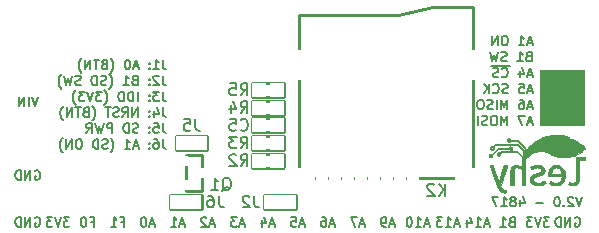
<source format=gbo>
G04 #@! TF.FileFunction,Legend,Bot*
%FSLAX46Y46*%
G04 Gerber Fmt 4.6, Leading zero omitted, Abs format (unit mm)*
G04 Created by KiCad (PCBNEW 4.0.7) date Mon Nov 27 18:48:16 2017*
%MOMM*%
%LPD*%
G01*
G04 APERTURE LIST*
%ADD10C,0.100000*%
%ADD11C,0.150000*%
%ADD12C,0.250000*%
%ADD13C,0.010000*%
%ADD14C,0.200000*%
%ADD15C,2.398980*%
%ADD16R,1.400000X1.400000*%
%ADD17C,0.900000*%
%ADD18C,3.600000*%
%ADD19R,1.200000X1.200000*%
%ADD20R,1.600000X2.600000*%
%ADD21R,1.100000X2.000000*%
%ADD22R,1.600000X1.800000*%
%ADD23R,2.000000X1.800000*%
%ADD24C,1.400000*%
%ADD25R,1.400760X0.951180*%
%ADD26R,1.400000X1.200000*%
G04 APERTURE END LIST*
D10*
D11*
X74847619Y-33008333D02*
X74466667Y-33008333D01*
X74923810Y-33236905D02*
X74657143Y-32436905D01*
X74390476Y-33236905D01*
X73704762Y-33236905D02*
X74161905Y-33236905D01*
X73933334Y-33236905D02*
X73933334Y-32436905D01*
X74009524Y-32551190D01*
X74085715Y-32627381D01*
X74161905Y-32665476D01*
X72600000Y-32436905D02*
X72447619Y-32436905D01*
X72371428Y-32475000D01*
X72295238Y-32551190D01*
X72257143Y-32703571D01*
X72257143Y-32970238D01*
X72295238Y-33122619D01*
X72371428Y-33198810D01*
X72447619Y-33236905D01*
X72600000Y-33236905D01*
X72676190Y-33198810D01*
X72752381Y-33122619D01*
X72790476Y-32970238D01*
X72790476Y-32703571D01*
X72752381Y-32551190D01*
X72676190Y-32475000D01*
X72600000Y-32436905D01*
X71914286Y-33236905D02*
X71914286Y-32436905D01*
X71457143Y-33236905D01*
X71457143Y-32436905D01*
X74542857Y-34167857D02*
X74428571Y-34205952D01*
X74390476Y-34244048D01*
X74352381Y-34320238D01*
X74352381Y-34434524D01*
X74390476Y-34510714D01*
X74428571Y-34548810D01*
X74504762Y-34586905D01*
X74809524Y-34586905D01*
X74809524Y-33786905D01*
X74542857Y-33786905D01*
X74466667Y-33825000D01*
X74428571Y-33863095D01*
X74390476Y-33939286D01*
X74390476Y-34015476D01*
X74428571Y-34091667D01*
X74466667Y-34129762D01*
X74542857Y-34167857D01*
X74809524Y-34167857D01*
X73590476Y-34586905D02*
X74047619Y-34586905D01*
X73819048Y-34586905D02*
X73819048Y-33786905D01*
X73895238Y-33901190D01*
X73971429Y-33977381D01*
X74047619Y-34015476D01*
X72676190Y-34548810D02*
X72561904Y-34586905D01*
X72371428Y-34586905D01*
X72295238Y-34548810D01*
X72257142Y-34510714D01*
X72219047Y-34434524D01*
X72219047Y-34358333D01*
X72257142Y-34282143D01*
X72295238Y-34244048D01*
X72371428Y-34205952D01*
X72523809Y-34167857D01*
X72600000Y-34129762D01*
X72638095Y-34091667D01*
X72676190Y-34015476D01*
X72676190Y-33939286D01*
X72638095Y-33863095D01*
X72600000Y-33825000D01*
X72523809Y-33786905D01*
X72333333Y-33786905D01*
X72219047Y-33825000D01*
X71952380Y-33786905D02*
X71761904Y-34586905D01*
X71609523Y-34015476D01*
X71457142Y-34586905D01*
X71266666Y-33786905D01*
X74847619Y-35708333D02*
X74466667Y-35708333D01*
X74923810Y-35936905D02*
X74657143Y-35136905D01*
X74390476Y-35936905D01*
X73780953Y-35403571D02*
X73780953Y-35936905D01*
X73971429Y-35098810D02*
X74161905Y-35670238D01*
X73666667Y-35670238D01*
X72295238Y-35860714D02*
X72333333Y-35898810D01*
X72447619Y-35936905D01*
X72523809Y-35936905D01*
X72638095Y-35898810D01*
X72714286Y-35822619D01*
X72752381Y-35746429D01*
X72790476Y-35594048D01*
X72790476Y-35479762D01*
X72752381Y-35327381D01*
X72714286Y-35251190D01*
X72638095Y-35175000D01*
X72523809Y-35136905D01*
X72447619Y-35136905D01*
X72333333Y-35175000D01*
X72295238Y-35213095D01*
X71990476Y-35898810D02*
X71876190Y-35936905D01*
X71685714Y-35936905D01*
X71609524Y-35898810D01*
X71571428Y-35860714D01*
X71533333Y-35784524D01*
X71533333Y-35708333D01*
X71571428Y-35632143D01*
X71609524Y-35594048D01*
X71685714Y-35555952D01*
X71838095Y-35517857D01*
X71914286Y-35479762D01*
X71952381Y-35441667D01*
X71990476Y-35365476D01*
X71990476Y-35289286D01*
X71952381Y-35213095D01*
X71914286Y-35175000D01*
X71838095Y-35136905D01*
X71647619Y-35136905D01*
X71533333Y-35175000D01*
X72942857Y-34999000D02*
X71380952Y-34999000D01*
X74847619Y-37058333D02*
X74466667Y-37058333D01*
X74923810Y-37286905D02*
X74657143Y-36486905D01*
X74390476Y-37286905D01*
X73742857Y-36486905D02*
X74123810Y-36486905D01*
X74161905Y-36867857D01*
X74123810Y-36829762D01*
X74047619Y-36791667D01*
X73857143Y-36791667D01*
X73780953Y-36829762D01*
X73742857Y-36867857D01*
X73704762Y-36944048D01*
X73704762Y-37134524D01*
X73742857Y-37210714D01*
X73780953Y-37248810D01*
X73857143Y-37286905D01*
X74047619Y-37286905D01*
X74123810Y-37248810D01*
X74161905Y-37210714D01*
X72790476Y-37248810D02*
X72676190Y-37286905D01*
X72485714Y-37286905D01*
X72409524Y-37248810D01*
X72371428Y-37210714D01*
X72333333Y-37134524D01*
X72333333Y-37058333D01*
X72371428Y-36982143D01*
X72409524Y-36944048D01*
X72485714Y-36905952D01*
X72638095Y-36867857D01*
X72714286Y-36829762D01*
X72752381Y-36791667D01*
X72790476Y-36715476D01*
X72790476Y-36639286D01*
X72752381Y-36563095D01*
X72714286Y-36525000D01*
X72638095Y-36486905D01*
X72447619Y-36486905D01*
X72333333Y-36525000D01*
X71533333Y-37210714D02*
X71571428Y-37248810D01*
X71685714Y-37286905D01*
X71761904Y-37286905D01*
X71876190Y-37248810D01*
X71952381Y-37172619D01*
X71990476Y-37096429D01*
X72028571Y-36944048D01*
X72028571Y-36829762D01*
X71990476Y-36677381D01*
X71952381Y-36601190D01*
X71876190Y-36525000D01*
X71761904Y-36486905D01*
X71685714Y-36486905D01*
X71571428Y-36525000D01*
X71533333Y-36563095D01*
X71190476Y-37286905D02*
X71190476Y-36486905D01*
X70733333Y-37286905D02*
X71076190Y-36829762D01*
X70733333Y-36486905D02*
X71190476Y-36944048D01*
X74847619Y-38408333D02*
X74466667Y-38408333D01*
X74923810Y-38636905D02*
X74657143Y-37836905D01*
X74390476Y-38636905D01*
X73780953Y-37836905D02*
X73933334Y-37836905D01*
X74009524Y-37875000D01*
X74047619Y-37913095D01*
X74123810Y-38027381D01*
X74161905Y-38179762D01*
X74161905Y-38484524D01*
X74123810Y-38560714D01*
X74085715Y-38598810D01*
X74009524Y-38636905D01*
X73857143Y-38636905D01*
X73780953Y-38598810D01*
X73742857Y-38560714D01*
X73704762Y-38484524D01*
X73704762Y-38294048D01*
X73742857Y-38217857D01*
X73780953Y-38179762D01*
X73857143Y-38141667D01*
X74009524Y-38141667D01*
X74085715Y-38179762D01*
X74123810Y-38217857D01*
X74161905Y-38294048D01*
X72752381Y-38636905D02*
X72752381Y-37836905D01*
X72485714Y-38408333D01*
X72219047Y-37836905D01*
X72219047Y-38636905D01*
X71838095Y-38636905D02*
X71838095Y-37836905D01*
X71495238Y-38598810D02*
X71380952Y-38636905D01*
X71190476Y-38636905D01*
X71114286Y-38598810D01*
X71076190Y-38560714D01*
X71038095Y-38484524D01*
X71038095Y-38408333D01*
X71076190Y-38332143D01*
X71114286Y-38294048D01*
X71190476Y-38255952D01*
X71342857Y-38217857D01*
X71419048Y-38179762D01*
X71457143Y-38141667D01*
X71495238Y-38065476D01*
X71495238Y-37989286D01*
X71457143Y-37913095D01*
X71419048Y-37875000D01*
X71342857Y-37836905D01*
X71152381Y-37836905D01*
X71038095Y-37875000D01*
X70542857Y-37836905D02*
X70390476Y-37836905D01*
X70314285Y-37875000D01*
X70238095Y-37951190D01*
X70200000Y-38103571D01*
X70200000Y-38370238D01*
X70238095Y-38522619D01*
X70314285Y-38598810D01*
X70390476Y-38636905D01*
X70542857Y-38636905D01*
X70619047Y-38598810D01*
X70695238Y-38522619D01*
X70733333Y-38370238D01*
X70733333Y-38103571D01*
X70695238Y-37951190D01*
X70619047Y-37875000D01*
X70542857Y-37836905D01*
X74847619Y-39758333D02*
X74466667Y-39758333D01*
X74923810Y-39986905D02*
X74657143Y-39186905D01*
X74390476Y-39986905D01*
X74200000Y-39186905D02*
X73666667Y-39186905D01*
X74009524Y-39986905D01*
X72752381Y-39986905D02*
X72752381Y-39186905D01*
X72485714Y-39758333D01*
X72219047Y-39186905D01*
X72219047Y-39986905D01*
X71685714Y-39186905D02*
X71533333Y-39186905D01*
X71457142Y-39225000D01*
X71380952Y-39301190D01*
X71342857Y-39453571D01*
X71342857Y-39720238D01*
X71380952Y-39872619D01*
X71457142Y-39948810D01*
X71533333Y-39986905D01*
X71685714Y-39986905D01*
X71761904Y-39948810D01*
X71838095Y-39872619D01*
X71876190Y-39720238D01*
X71876190Y-39453571D01*
X71838095Y-39301190D01*
X71761904Y-39225000D01*
X71685714Y-39186905D01*
X71038095Y-39948810D02*
X70923809Y-39986905D01*
X70733333Y-39986905D01*
X70657143Y-39948810D01*
X70619047Y-39910714D01*
X70580952Y-39834524D01*
X70580952Y-39758333D01*
X70619047Y-39682143D01*
X70657143Y-39644048D01*
X70733333Y-39605952D01*
X70885714Y-39567857D01*
X70961905Y-39529762D01*
X71000000Y-39491667D01*
X71038095Y-39415476D01*
X71038095Y-39339286D01*
X71000000Y-39263095D01*
X70961905Y-39225000D01*
X70885714Y-39186905D01*
X70695238Y-39186905D01*
X70580952Y-39225000D01*
X70238095Y-39986905D02*
X70238095Y-39186905D01*
X32749523Y-43850000D02*
X32825714Y-43811905D01*
X32939999Y-43811905D01*
X33054285Y-43850000D01*
X33130476Y-43926190D01*
X33168571Y-44002381D01*
X33206666Y-44154762D01*
X33206666Y-44269048D01*
X33168571Y-44421429D01*
X33130476Y-44497619D01*
X33054285Y-44573810D01*
X32939999Y-44611905D01*
X32863809Y-44611905D01*
X32749523Y-44573810D01*
X32711428Y-44535714D01*
X32711428Y-44269048D01*
X32863809Y-44269048D01*
X32368571Y-44611905D02*
X32368571Y-43811905D01*
X31911428Y-44611905D01*
X31911428Y-43811905D01*
X31530476Y-44611905D02*
X31530476Y-43811905D01*
X31340000Y-43811905D01*
X31225714Y-43850000D01*
X31149523Y-43926190D01*
X31111428Y-44002381D01*
X31073333Y-44154762D01*
X31073333Y-44269048D01*
X31111428Y-44421429D01*
X31149523Y-44497619D01*
X31225714Y-44573810D01*
X31340000Y-44611905D01*
X31530476Y-44611905D01*
X33016190Y-37561905D02*
X32749523Y-38361905D01*
X32482856Y-37561905D01*
X32216190Y-38361905D02*
X32216190Y-37561905D01*
X31835238Y-38361905D02*
X31835238Y-37561905D01*
X31378095Y-38361905D01*
X31378095Y-37561905D01*
X43580952Y-34436905D02*
X43580952Y-35008333D01*
X43619048Y-35122619D01*
X43695238Y-35198810D01*
X43809524Y-35236905D01*
X43885714Y-35236905D01*
X42780952Y-35236905D02*
X43238095Y-35236905D01*
X43009524Y-35236905D02*
X43009524Y-34436905D01*
X43085714Y-34551190D01*
X43161905Y-34627381D01*
X43238095Y-34665476D01*
X42438095Y-35160714D02*
X42400000Y-35198810D01*
X42438095Y-35236905D01*
X42476190Y-35198810D01*
X42438095Y-35160714D01*
X42438095Y-35236905D01*
X42438095Y-34741667D02*
X42400000Y-34779762D01*
X42438095Y-34817857D01*
X42476190Y-34779762D01*
X42438095Y-34741667D01*
X42438095Y-34817857D01*
X41485714Y-35008333D02*
X41104762Y-35008333D01*
X41561905Y-35236905D02*
X41295238Y-34436905D01*
X41028571Y-35236905D01*
X40609524Y-34436905D02*
X40533333Y-34436905D01*
X40457143Y-34475000D01*
X40419048Y-34513095D01*
X40380952Y-34589286D01*
X40342857Y-34741667D01*
X40342857Y-34932143D01*
X40380952Y-35084524D01*
X40419048Y-35160714D01*
X40457143Y-35198810D01*
X40533333Y-35236905D01*
X40609524Y-35236905D01*
X40685714Y-35198810D01*
X40723810Y-35160714D01*
X40761905Y-35084524D01*
X40800000Y-34932143D01*
X40800000Y-34741667D01*
X40761905Y-34589286D01*
X40723810Y-34513095D01*
X40685714Y-34475000D01*
X40609524Y-34436905D01*
X39161904Y-35541667D02*
X39200000Y-35503571D01*
X39276190Y-35389286D01*
X39314285Y-35313095D01*
X39352381Y-35198810D01*
X39390476Y-35008333D01*
X39390476Y-34855952D01*
X39352381Y-34665476D01*
X39314285Y-34551190D01*
X39276190Y-34475000D01*
X39200000Y-34360714D01*
X39161904Y-34322619D01*
X38590476Y-34817857D02*
X38476190Y-34855952D01*
X38438095Y-34894048D01*
X38400000Y-34970238D01*
X38400000Y-35084524D01*
X38438095Y-35160714D01*
X38476190Y-35198810D01*
X38552381Y-35236905D01*
X38857143Y-35236905D01*
X38857143Y-34436905D01*
X38590476Y-34436905D01*
X38514286Y-34475000D01*
X38476190Y-34513095D01*
X38438095Y-34589286D01*
X38438095Y-34665476D01*
X38476190Y-34741667D01*
X38514286Y-34779762D01*
X38590476Y-34817857D01*
X38857143Y-34817857D01*
X38171429Y-34436905D02*
X37714286Y-34436905D01*
X37942857Y-35236905D02*
X37942857Y-34436905D01*
X37447619Y-35236905D02*
X37447619Y-34436905D01*
X36990476Y-35236905D01*
X36990476Y-34436905D01*
X36685714Y-35541667D02*
X36647619Y-35503571D01*
X36571429Y-35389286D01*
X36533333Y-35313095D01*
X36495238Y-35198810D01*
X36457143Y-35008333D01*
X36457143Y-34855952D01*
X36495238Y-34665476D01*
X36533333Y-34551190D01*
X36571429Y-34475000D01*
X36647619Y-34360714D01*
X36685714Y-34322619D01*
X43580952Y-35786905D02*
X43580952Y-36358333D01*
X43619048Y-36472619D01*
X43695238Y-36548810D01*
X43809524Y-36586905D01*
X43885714Y-36586905D01*
X43238095Y-35863095D02*
X43200000Y-35825000D01*
X43123809Y-35786905D01*
X42933333Y-35786905D01*
X42857143Y-35825000D01*
X42819047Y-35863095D01*
X42780952Y-35939286D01*
X42780952Y-36015476D01*
X42819047Y-36129762D01*
X43276190Y-36586905D01*
X42780952Y-36586905D01*
X42438095Y-36510714D02*
X42400000Y-36548810D01*
X42438095Y-36586905D01*
X42476190Y-36548810D01*
X42438095Y-36510714D01*
X42438095Y-36586905D01*
X42438095Y-36091667D02*
X42400000Y-36129762D01*
X42438095Y-36167857D01*
X42476190Y-36129762D01*
X42438095Y-36091667D01*
X42438095Y-36167857D01*
X41180952Y-36167857D02*
X41066666Y-36205952D01*
X41028571Y-36244048D01*
X40990476Y-36320238D01*
X40990476Y-36434524D01*
X41028571Y-36510714D01*
X41066666Y-36548810D01*
X41142857Y-36586905D01*
X41447619Y-36586905D01*
X41447619Y-35786905D01*
X41180952Y-35786905D01*
X41104762Y-35825000D01*
X41066666Y-35863095D01*
X41028571Y-35939286D01*
X41028571Y-36015476D01*
X41066666Y-36091667D01*
X41104762Y-36129762D01*
X41180952Y-36167857D01*
X41447619Y-36167857D01*
X40228571Y-36586905D02*
X40685714Y-36586905D01*
X40457143Y-36586905D02*
X40457143Y-35786905D01*
X40533333Y-35901190D01*
X40609524Y-35977381D01*
X40685714Y-36015476D01*
X39047618Y-36891667D02*
X39085714Y-36853571D01*
X39161904Y-36739286D01*
X39199999Y-36663095D01*
X39238095Y-36548810D01*
X39276190Y-36358333D01*
X39276190Y-36205952D01*
X39238095Y-36015476D01*
X39199999Y-35901190D01*
X39161904Y-35825000D01*
X39085714Y-35710714D01*
X39047618Y-35672619D01*
X38780952Y-36548810D02*
X38666666Y-36586905D01*
X38476190Y-36586905D01*
X38400000Y-36548810D01*
X38361904Y-36510714D01*
X38323809Y-36434524D01*
X38323809Y-36358333D01*
X38361904Y-36282143D01*
X38400000Y-36244048D01*
X38476190Y-36205952D01*
X38628571Y-36167857D01*
X38704762Y-36129762D01*
X38742857Y-36091667D01*
X38780952Y-36015476D01*
X38780952Y-35939286D01*
X38742857Y-35863095D01*
X38704762Y-35825000D01*
X38628571Y-35786905D01*
X38438095Y-35786905D01*
X38323809Y-35825000D01*
X37980952Y-36586905D02*
X37980952Y-35786905D01*
X37790476Y-35786905D01*
X37676190Y-35825000D01*
X37599999Y-35901190D01*
X37561904Y-35977381D01*
X37523809Y-36129762D01*
X37523809Y-36244048D01*
X37561904Y-36396429D01*
X37599999Y-36472619D01*
X37676190Y-36548810D01*
X37790476Y-36586905D01*
X37980952Y-36586905D01*
X36609523Y-36548810D02*
X36495237Y-36586905D01*
X36304761Y-36586905D01*
X36228571Y-36548810D01*
X36190475Y-36510714D01*
X36152380Y-36434524D01*
X36152380Y-36358333D01*
X36190475Y-36282143D01*
X36228571Y-36244048D01*
X36304761Y-36205952D01*
X36457142Y-36167857D01*
X36533333Y-36129762D01*
X36571428Y-36091667D01*
X36609523Y-36015476D01*
X36609523Y-35939286D01*
X36571428Y-35863095D01*
X36533333Y-35825000D01*
X36457142Y-35786905D01*
X36266666Y-35786905D01*
X36152380Y-35825000D01*
X35885713Y-35786905D02*
X35695237Y-36586905D01*
X35542856Y-36015476D01*
X35390475Y-36586905D01*
X35199999Y-35786905D01*
X34971427Y-36891667D02*
X34933332Y-36853571D01*
X34857142Y-36739286D01*
X34819046Y-36663095D01*
X34780951Y-36548810D01*
X34742856Y-36358333D01*
X34742856Y-36205952D01*
X34780951Y-36015476D01*
X34819046Y-35901190D01*
X34857142Y-35825000D01*
X34933332Y-35710714D01*
X34971427Y-35672619D01*
X43580952Y-37136905D02*
X43580952Y-37708333D01*
X43619048Y-37822619D01*
X43695238Y-37898810D01*
X43809524Y-37936905D01*
X43885714Y-37936905D01*
X43276190Y-37136905D02*
X42780952Y-37136905D01*
X43047619Y-37441667D01*
X42933333Y-37441667D01*
X42857143Y-37479762D01*
X42819047Y-37517857D01*
X42780952Y-37594048D01*
X42780952Y-37784524D01*
X42819047Y-37860714D01*
X42857143Y-37898810D01*
X42933333Y-37936905D01*
X43161905Y-37936905D01*
X43238095Y-37898810D01*
X43276190Y-37860714D01*
X42438095Y-37860714D02*
X42400000Y-37898810D01*
X42438095Y-37936905D01*
X42476190Y-37898810D01*
X42438095Y-37860714D01*
X42438095Y-37936905D01*
X42438095Y-37441667D02*
X42400000Y-37479762D01*
X42438095Y-37517857D01*
X42476190Y-37479762D01*
X42438095Y-37441667D01*
X42438095Y-37517857D01*
X41447619Y-37936905D02*
X41447619Y-37136905D01*
X41066667Y-37936905D02*
X41066667Y-37136905D01*
X40876191Y-37136905D01*
X40761905Y-37175000D01*
X40685714Y-37251190D01*
X40647619Y-37327381D01*
X40609524Y-37479762D01*
X40609524Y-37594048D01*
X40647619Y-37746429D01*
X40685714Y-37822619D01*
X40761905Y-37898810D01*
X40876191Y-37936905D01*
X41066667Y-37936905D01*
X40266667Y-37936905D02*
X40266667Y-37136905D01*
X40076191Y-37136905D01*
X39961905Y-37175000D01*
X39885714Y-37251190D01*
X39847619Y-37327381D01*
X39809524Y-37479762D01*
X39809524Y-37594048D01*
X39847619Y-37746429D01*
X39885714Y-37822619D01*
X39961905Y-37898810D01*
X40076191Y-37936905D01*
X40266667Y-37936905D01*
X38628571Y-38241667D02*
X38666667Y-38203571D01*
X38742857Y-38089286D01*
X38780952Y-38013095D01*
X38819048Y-37898810D01*
X38857143Y-37708333D01*
X38857143Y-37555952D01*
X38819048Y-37365476D01*
X38780952Y-37251190D01*
X38742857Y-37175000D01*
X38666667Y-37060714D01*
X38628571Y-37022619D01*
X38400000Y-37136905D02*
X37904762Y-37136905D01*
X38171429Y-37441667D01*
X38057143Y-37441667D01*
X37980953Y-37479762D01*
X37942857Y-37517857D01*
X37904762Y-37594048D01*
X37904762Y-37784524D01*
X37942857Y-37860714D01*
X37980953Y-37898810D01*
X38057143Y-37936905D01*
X38285715Y-37936905D01*
X38361905Y-37898810D01*
X38400000Y-37860714D01*
X37676191Y-37136905D02*
X37409524Y-37936905D01*
X37142857Y-37136905D01*
X36952381Y-37136905D02*
X36457143Y-37136905D01*
X36723810Y-37441667D01*
X36609524Y-37441667D01*
X36533334Y-37479762D01*
X36495238Y-37517857D01*
X36457143Y-37594048D01*
X36457143Y-37784524D01*
X36495238Y-37860714D01*
X36533334Y-37898810D01*
X36609524Y-37936905D01*
X36838096Y-37936905D01*
X36914286Y-37898810D01*
X36952381Y-37860714D01*
X36190476Y-38241667D02*
X36152381Y-38203571D01*
X36076191Y-38089286D01*
X36038095Y-38013095D01*
X36000000Y-37898810D01*
X35961905Y-37708333D01*
X35961905Y-37555952D01*
X36000000Y-37365476D01*
X36038095Y-37251190D01*
X36076191Y-37175000D01*
X36152381Y-37060714D01*
X36190476Y-37022619D01*
X43580952Y-38486905D02*
X43580952Y-39058333D01*
X43619048Y-39172619D01*
X43695238Y-39248810D01*
X43809524Y-39286905D01*
X43885714Y-39286905D01*
X42857143Y-38753571D02*
X42857143Y-39286905D01*
X43047619Y-38448810D02*
X43238095Y-39020238D01*
X42742857Y-39020238D01*
X42438095Y-39210714D02*
X42400000Y-39248810D01*
X42438095Y-39286905D01*
X42476190Y-39248810D01*
X42438095Y-39210714D01*
X42438095Y-39286905D01*
X42438095Y-38791667D02*
X42400000Y-38829762D01*
X42438095Y-38867857D01*
X42476190Y-38829762D01*
X42438095Y-38791667D01*
X42438095Y-38867857D01*
X41447619Y-39286905D02*
X41447619Y-38486905D01*
X40990476Y-39286905D01*
X40990476Y-38486905D01*
X40152381Y-39286905D02*
X40419048Y-38905952D01*
X40609524Y-39286905D02*
X40609524Y-38486905D01*
X40304762Y-38486905D01*
X40228571Y-38525000D01*
X40190476Y-38563095D01*
X40152381Y-38639286D01*
X40152381Y-38753571D01*
X40190476Y-38829762D01*
X40228571Y-38867857D01*
X40304762Y-38905952D01*
X40609524Y-38905952D01*
X39847619Y-39248810D02*
X39733333Y-39286905D01*
X39542857Y-39286905D01*
X39466667Y-39248810D01*
X39428571Y-39210714D01*
X39390476Y-39134524D01*
X39390476Y-39058333D01*
X39428571Y-38982143D01*
X39466667Y-38944048D01*
X39542857Y-38905952D01*
X39695238Y-38867857D01*
X39771429Y-38829762D01*
X39809524Y-38791667D01*
X39847619Y-38715476D01*
X39847619Y-38639286D01*
X39809524Y-38563095D01*
X39771429Y-38525000D01*
X39695238Y-38486905D01*
X39504762Y-38486905D01*
X39390476Y-38525000D01*
X39161905Y-38486905D02*
X38704762Y-38486905D01*
X38933333Y-39286905D02*
X38933333Y-38486905D01*
X37599999Y-39591667D02*
X37638095Y-39553571D01*
X37714285Y-39439286D01*
X37752380Y-39363095D01*
X37790476Y-39248810D01*
X37828571Y-39058333D01*
X37828571Y-38905952D01*
X37790476Y-38715476D01*
X37752380Y-38601190D01*
X37714285Y-38525000D01*
X37638095Y-38410714D01*
X37599999Y-38372619D01*
X37028571Y-38867857D02*
X36914285Y-38905952D01*
X36876190Y-38944048D01*
X36838095Y-39020238D01*
X36838095Y-39134524D01*
X36876190Y-39210714D01*
X36914285Y-39248810D01*
X36990476Y-39286905D01*
X37295238Y-39286905D01*
X37295238Y-38486905D01*
X37028571Y-38486905D01*
X36952381Y-38525000D01*
X36914285Y-38563095D01*
X36876190Y-38639286D01*
X36876190Y-38715476D01*
X36914285Y-38791667D01*
X36952381Y-38829762D01*
X37028571Y-38867857D01*
X37295238Y-38867857D01*
X36609524Y-38486905D02*
X36152381Y-38486905D01*
X36380952Y-39286905D02*
X36380952Y-38486905D01*
X35885714Y-39286905D02*
X35885714Y-38486905D01*
X35428571Y-39286905D01*
X35428571Y-38486905D01*
X35123809Y-39591667D02*
X35085714Y-39553571D01*
X35009524Y-39439286D01*
X34971428Y-39363095D01*
X34933333Y-39248810D01*
X34895238Y-39058333D01*
X34895238Y-38905952D01*
X34933333Y-38715476D01*
X34971428Y-38601190D01*
X35009524Y-38525000D01*
X35085714Y-38410714D01*
X35123809Y-38372619D01*
X43580952Y-39836905D02*
X43580952Y-40408333D01*
X43619048Y-40522619D01*
X43695238Y-40598810D01*
X43809524Y-40636905D01*
X43885714Y-40636905D01*
X42819047Y-39836905D02*
X43200000Y-39836905D01*
X43238095Y-40217857D01*
X43200000Y-40179762D01*
X43123809Y-40141667D01*
X42933333Y-40141667D01*
X42857143Y-40179762D01*
X42819047Y-40217857D01*
X42780952Y-40294048D01*
X42780952Y-40484524D01*
X42819047Y-40560714D01*
X42857143Y-40598810D01*
X42933333Y-40636905D01*
X43123809Y-40636905D01*
X43200000Y-40598810D01*
X43238095Y-40560714D01*
X42438095Y-40560714D02*
X42400000Y-40598810D01*
X42438095Y-40636905D01*
X42476190Y-40598810D01*
X42438095Y-40560714D01*
X42438095Y-40636905D01*
X42438095Y-40141667D02*
X42400000Y-40179762D01*
X42438095Y-40217857D01*
X42476190Y-40179762D01*
X42438095Y-40141667D01*
X42438095Y-40217857D01*
X41485714Y-40598810D02*
X41371428Y-40636905D01*
X41180952Y-40636905D01*
X41104762Y-40598810D01*
X41066666Y-40560714D01*
X41028571Y-40484524D01*
X41028571Y-40408333D01*
X41066666Y-40332143D01*
X41104762Y-40294048D01*
X41180952Y-40255952D01*
X41333333Y-40217857D01*
X41409524Y-40179762D01*
X41447619Y-40141667D01*
X41485714Y-40065476D01*
X41485714Y-39989286D01*
X41447619Y-39913095D01*
X41409524Y-39875000D01*
X41333333Y-39836905D01*
X41142857Y-39836905D01*
X41028571Y-39875000D01*
X40685714Y-40636905D02*
X40685714Y-39836905D01*
X40495238Y-39836905D01*
X40380952Y-39875000D01*
X40304761Y-39951190D01*
X40266666Y-40027381D01*
X40228571Y-40179762D01*
X40228571Y-40294048D01*
X40266666Y-40446429D01*
X40304761Y-40522619D01*
X40380952Y-40598810D01*
X40495238Y-40636905D01*
X40685714Y-40636905D01*
X39276190Y-40636905D02*
X39276190Y-39836905D01*
X38971428Y-39836905D01*
X38895237Y-39875000D01*
X38857142Y-39913095D01*
X38819047Y-39989286D01*
X38819047Y-40103571D01*
X38857142Y-40179762D01*
X38895237Y-40217857D01*
X38971428Y-40255952D01*
X39276190Y-40255952D01*
X38552380Y-39836905D02*
X38361904Y-40636905D01*
X38209523Y-40065476D01*
X38057142Y-40636905D01*
X37866666Y-39836905D01*
X37104761Y-40636905D02*
X37371428Y-40255952D01*
X37561904Y-40636905D02*
X37561904Y-39836905D01*
X37257142Y-39836905D01*
X37180951Y-39875000D01*
X37142856Y-39913095D01*
X37104761Y-39989286D01*
X37104761Y-40103571D01*
X37142856Y-40179762D01*
X37180951Y-40217857D01*
X37257142Y-40255952D01*
X37561904Y-40255952D01*
X43580952Y-41186905D02*
X43580952Y-41758333D01*
X43619048Y-41872619D01*
X43695238Y-41948810D01*
X43809524Y-41986905D01*
X43885714Y-41986905D01*
X42857143Y-41186905D02*
X43009524Y-41186905D01*
X43085714Y-41225000D01*
X43123809Y-41263095D01*
X43200000Y-41377381D01*
X43238095Y-41529762D01*
X43238095Y-41834524D01*
X43200000Y-41910714D01*
X43161905Y-41948810D01*
X43085714Y-41986905D01*
X42933333Y-41986905D01*
X42857143Y-41948810D01*
X42819047Y-41910714D01*
X42780952Y-41834524D01*
X42780952Y-41644048D01*
X42819047Y-41567857D01*
X42857143Y-41529762D01*
X42933333Y-41491667D01*
X43085714Y-41491667D01*
X43161905Y-41529762D01*
X43200000Y-41567857D01*
X43238095Y-41644048D01*
X42438095Y-41910714D02*
X42400000Y-41948810D01*
X42438095Y-41986905D01*
X42476190Y-41948810D01*
X42438095Y-41910714D01*
X42438095Y-41986905D01*
X42438095Y-41491667D02*
X42400000Y-41529762D01*
X42438095Y-41567857D01*
X42476190Y-41529762D01*
X42438095Y-41491667D01*
X42438095Y-41567857D01*
X41485714Y-41758333D02*
X41104762Y-41758333D01*
X41561905Y-41986905D02*
X41295238Y-41186905D01*
X41028571Y-41986905D01*
X40342857Y-41986905D02*
X40800000Y-41986905D01*
X40571429Y-41986905D02*
X40571429Y-41186905D01*
X40647619Y-41301190D01*
X40723810Y-41377381D01*
X40800000Y-41415476D01*
X39161904Y-42291667D02*
X39200000Y-42253571D01*
X39276190Y-42139286D01*
X39314285Y-42063095D01*
X39352381Y-41948810D01*
X39390476Y-41758333D01*
X39390476Y-41605952D01*
X39352381Y-41415476D01*
X39314285Y-41301190D01*
X39276190Y-41225000D01*
X39200000Y-41110714D01*
X39161904Y-41072619D01*
X38895238Y-41948810D02*
X38780952Y-41986905D01*
X38590476Y-41986905D01*
X38514286Y-41948810D01*
X38476190Y-41910714D01*
X38438095Y-41834524D01*
X38438095Y-41758333D01*
X38476190Y-41682143D01*
X38514286Y-41644048D01*
X38590476Y-41605952D01*
X38742857Y-41567857D01*
X38819048Y-41529762D01*
X38857143Y-41491667D01*
X38895238Y-41415476D01*
X38895238Y-41339286D01*
X38857143Y-41263095D01*
X38819048Y-41225000D01*
X38742857Y-41186905D01*
X38552381Y-41186905D01*
X38438095Y-41225000D01*
X38095238Y-41986905D02*
X38095238Y-41186905D01*
X37904762Y-41186905D01*
X37790476Y-41225000D01*
X37714285Y-41301190D01*
X37676190Y-41377381D01*
X37638095Y-41529762D01*
X37638095Y-41644048D01*
X37676190Y-41796429D01*
X37714285Y-41872619D01*
X37790476Y-41948810D01*
X37904762Y-41986905D01*
X38095238Y-41986905D01*
X36533333Y-41186905D02*
X36380952Y-41186905D01*
X36304761Y-41225000D01*
X36228571Y-41301190D01*
X36190476Y-41453571D01*
X36190476Y-41720238D01*
X36228571Y-41872619D01*
X36304761Y-41948810D01*
X36380952Y-41986905D01*
X36533333Y-41986905D01*
X36609523Y-41948810D01*
X36685714Y-41872619D01*
X36723809Y-41720238D01*
X36723809Y-41453571D01*
X36685714Y-41301190D01*
X36609523Y-41225000D01*
X36533333Y-41186905D01*
X35847619Y-41986905D02*
X35847619Y-41186905D01*
X35390476Y-41986905D01*
X35390476Y-41186905D01*
X35085714Y-42291667D02*
X35047619Y-42253571D01*
X34971429Y-42139286D01*
X34933333Y-42063095D01*
X34895238Y-41948810D01*
X34857143Y-41758333D01*
X34857143Y-41605952D01*
X34895238Y-41415476D01*
X34933333Y-41301190D01*
X34971429Y-41225000D01*
X35047619Y-41110714D01*
X35085714Y-41072619D01*
X79097620Y-46061905D02*
X78830953Y-46861905D01*
X78564286Y-46061905D01*
X78335715Y-46138095D02*
X78297620Y-46100000D01*
X78221429Y-46061905D01*
X78030953Y-46061905D01*
X77954763Y-46100000D01*
X77916667Y-46138095D01*
X77878572Y-46214286D01*
X77878572Y-46290476D01*
X77916667Y-46404762D01*
X78373810Y-46861905D01*
X77878572Y-46861905D01*
X77535715Y-46785714D02*
X77497620Y-46823810D01*
X77535715Y-46861905D01*
X77573810Y-46823810D01*
X77535715Y-46785714D01*
X77535715Y-46861905D01*
X77002382Y-46061905D02*
X76926191Y-46061905D01*
X76850001Y-46100000D01*
X76811906Y-46138095D01*
X76773810Y-46214286D01*
X76735715Y-46366667D01*
X76735715Y-46557143D01*
X76773810Y-46709524D01*
X76811906Y-46785714D01*
X76850001Y-46823810D01*
X76926191Y-46861905D01*
X77002382Y-46861905D01*
X77078572Y-46823810D01*
X77116668Y-46785714D01*
X77154763Y-46709524D01*
X77192858Y-46557143D01*
X77192858Y-46366667D01*
X77154763Y-46214286D01*
X77116668Y-46138095D01*
X77078572Y-46100000D01*
X77002382Y-46061905D01*
X75783334Y-46557143D02*
X75173810Y-46557143D01*
X73840477Y-46328571D02*
X73840477Y-46861905D01*
X74030953Y-46023810D02*
X74221429Y-46595238D01*
X73726191Y-46595238D01*
X73307143Y-46404762D02*
X73383334Y-46366667D01*
X73421429Y-46328571D01*
X73459524Y-46252381D01*
X73459524Y-46214286D01*
X73421429Y-46138095D01*
X73383334Y-46100000D01*
X73307143Y-46061905D01*
X73154762Y-46061905D01*
X73078572Y-46100000D01*
X73040476Y-46138095D01*
X73002381Y-46214286D01*
X73002381Y-46252381D01*
X73040476Y-46328571D01*
X73078572Y-46366667D01*
X73154762Y-46404762D01*
X73307143Y-46404762D01*
X73383334Y-46442857D01*
X73421429Y-46480952D01*
X73459524Y-46557143D01*
X73459524Y-46709524D01*
X73421429Y-46785714D01*
X73383334Y-46823810D01*
X73307143Y-46861905D01*
X73154762Y-46861905D01*
X73078572Y-46823810D01*
X73040476Y-46785714D01*
X73002381Y-46709524D01*
X73002381Y-46557143D01*
X73040476Y-46480952D01*
X73078572Y-46442857D01*
X73154762Y-46404762D01*
X72240476Y-46861905D02*
X72697619Y-46861905D01*
X72469048Y-46861905D02*
X72469048Y-46061905D01*
X72545238Y-46176190D01*
X72621429Y-46252381D01*
X72697619Y-46290476D01*
X71973809Y-46061905D02*
X71440476Y-46061905D01*
X71783333Y-46861905D01*
X68652381Y-48343333D02*
X68271429Y-48343333D01*
X68728572Y-48571905D02*
X68461905Y-47771905D01*
X68195238Y-48571905D01*
X67509524Y-48571905D02*
X67966667Y-48571905D01*
X67738096Y-48571905D02*
X67738096Y-47771905D01*
X67814286Y-47886190D01*
X67890477Y-47962381D01*
X67966667Y-48000476D01*
X67242857Y-47771905D02*
X66747619Y-47771905D01*
X67014286Y-48076667D01*
X66900000Y-48076667D01*
X66823810Y-48114762D01*
X66785714Y-48152857D01*
X66747619Y-48229048D01*
X66747619Y-48419524D01*
X66785714Y-48495714D01*
X66823810Y-48533810D01*
X66900000Y-48571905D01*
X67128572Y-48571905D01*
X67204762Y-48533810D01*
X67242857Y-48495714D01*
X71192381Y-48343333D02*
X70811429Y-48343333D01*
X71268572Y-48571905D02*
X71001905Y-47771905D01*
X70735238Y-48571905D01*
X70049524Y-48571905D02*
X70506667Y-48571905D01*
X70278096Y-48571905D02*
X70278096Y-47771905D01*
X70354286Y-47886190D01*
X70430477Y-47962381D01*
X70506667Y-48000476D01*
X69363810Y-48038571D02*
X69363810Y-48571905D01*
X69554286Y-47733810D02*
X69744762Y-48305238D01*
X69249524Y-48305238D01*
X73103809Y-48152857D02*
X72989523Y-48190952D01*
X72951428Y-48229048D01*
X72913333Y-48305238D01*
X72913333Y-48419524D01*
X72951428Y-48495714D01*
X72989523Y-48533810D01*
X73065714Y-48571905D01*
X73370476Y-48571905D01*
X73370476Y-47771905D01*
X73103809Y-47771905D01*
X73027619Y-47810000D01*
X72989523Y-47848095D01*
X72951428Y-47924286D01*
X72951428Y-48000476D01*
X72989523Y-48076667D01*
X73027619Y-48114762D01*
X73103809Y-48152857D01*
X73370476Y-48152857D01*
X72151428Y-48571905D02*
X72608571Y-48571905D01*
X72380000Y-48571905D02*
X72380000Y-47771905D01*
X72456190Y-47886190D01*
X72532381Y-47962381D01*
X72608571Y-48000476D01*
X76310476Y-47771905D02*
X75815238Y-47771905D01*
X76081905Y-48076667D01*
X75967619Y-48076667D01*
X75891429Y-48114762D01*
X75853333Y-48152857D01*
X75815238Y-48229048D01*
X75815238Y-48419524D01*
X75853333Y-48495714D01*
X75891429Y-48533810D01*
X75967619Y-48571905D01*
X76196191Y-48571905D01*
X76272381Y-48533810D01*
X76310476Y-48495714D01*
X75586667Y-47771905D02*
X75320000Y-48571905D01*
X75053333Y-47771905D01*
X74862857Y-47771905D02*
X74367619Y-47771905D01*
X74634286Y-48076667D01*
X74520000Y-48076667D01*
X74443810Y-48114762D01*
X74405714Y-48152857D01*
X74367619Y-48229048D01*
X74367619Y-48419524D01*
X74405714Y-48495714D01*
X74443810Y-48533810D01*
X74520000Y-48571905D01*
X74748572Y-48571905D01*
X74824762Y-48533810D01*
X74862857Y-48495714D01*
X78469523Y-47810000D02*
X78545714Y-47771905D01*
X78659999Y-47771905D01*
X78774285Y-47810000D01*
X78850476Y-47886190D01*
X78888571Y-47962381D01*
X78926666Y-48114762D01*
X78926666Y-48229048D01*
X78888571Y-48381429D01*
X78850476Y-48457619D01*
X78774285Y-48533810D01*
X78659999Y-48571905D01*
X78583809Y-48571905D01*
X78469523Y-48533810D01*
X78431428Y-48495714D01*
X78431428Y-48229048D01*
X78583809Y-48229048D01*
X78088571Y-48571905D02*
X78088571Y-47771905D01*
X77631428Y-48571905D01*
X77631428Y-47771905D01*
X77250476Y-48571905D02*
X77250476Y-47771905D01*
X77060000Y-47771905D01*
X76945714Y-47810000D01*
X76869523Y-47886190D01*
X76831428Y-47962381D01*
X76793333Y-48114762D01*
X76793333Y-48229048D01*
X76831428Y-48381429D01*
X76869523Y-48457619D01*
X76945714Y-48533810D01*
X77060000Y-48571905D01*
X77250476Y-48571905D01*
X66112381Y-48343333D02*
X65731429Y-48343333D01*
X66188572Y-48571905D02*
X65921905Y-47771905D01*
X65655238Y-48571905D01*
X64969524Y-48571905D02*
X65426667Y-48571905D01*
X65198096Y-48571905D02*
X65198096Y-47771905D01*
X65274286Y-47886190D01*
X65350477Y-47962381D01*
X65426667Y-48000476D01*
X64474286Y-47771905D02*
X64398095Y-47771905D01*
X64321905Y-47810000D01*
X64283810Y-47848095D01*
X64245714Y-47924286D01*
X64207619Y-48076667D01*
X64207619Y-48267143D01*
X64245714Y-48419524D01*
X64283810Y-48495714D01*
X64321905Y-48533810D01*
X64398095Y-48571905D01*
X64474286Y-48571905D01*
X64550476Y-48533810D01*
X64588572Y-48495714D01*
X64626667Y-48419524D01*
X64664762Y-48267143D01*
X64664762Y-48076667D01*
X64626667Y-47924286D01*
X64588572Y-47848095D01*
X64550476Y-47810000D01*
X64474286Y-47771905D01*
X63191428Y-48343333D02*
X62810476Y-48343333D01*
X63267619Y-48571905D02*
X63000952Y-47771905D01*
X62734285Y-48571905D01*
X62429524Y-48571905D02*
X62277143Y-48571905D01*
X62200952Y-48533810D01*
X62162857Y-48495714D01*
X62086666Y-48381429D01*
X62048571Y-48229048D01*
X62048571Y-47924286D01*
X62086666Y-47848095D01*
X62124762Y-47810000D01*
X62200952Y-47771905D01*
X62353333Y-47771905D01*
X62429524Y-47810000D01*
X62467619Y-47848095D01*
X62505714Y-47924286D01*
X62505714Y-48114762D01*
X62467619Y-48190952D01*
X62429524Y-48229048D01*
X62353333Y-48267143D01*
X62200952Y-48267143D01*
X62124762Y-48229048D01*
X62086666Y-48190952D01*
X62048571Y-48114762D01*
X60651428Y-48343333D02*
X60270476Y-48343333D01*
X60727619Y-48571905D02*
X60460952Y-47771905D01*
X60194285Y-48571905D01*
X60003809Y-47771905D02*
X59470476Y-47771905D01*
X59813333Y-48571905D01*
X58111428Y-48343333D02*
X57730476Y-48343333D01*
X58187619Y-48571905D02*
X57920952Y-47771905D01*
X57654285Y-48571905D01*
X57044762Y-47771905D02*
X57197143Y-47771905D01*
X57273333Y-47810000D01*
X57311428Y-47848095D01*
X57387619Y-47962381D01*
X57425714Y-48114762D01*
X57425714Y-48419524D01*
X57387619Y-48495714D01*
X57349524Y-48533810D01*
X57273333Y-48571905D01*
X57120952Y-48571905D01*
X57044762Y-48533810D01*
X57006666Y-48495714D01*
X56968571Y-48419524D01*
X56968571Y-48229048D01*
X57006666Y-48152857D01*
X57044762Y-48114762D01*
X57120952Y-48076667D01*
X57273333Y-48076667D01*
X57349524Y-48114762D01*
X57387619Y-48152857D01*
X57425714Y-48229048D01*
X55571428Y-48343333D02*
X55190476Y-48343333D01*
X55647619Y-48571905D02*
X55380952Y-47771905D01*
X55114285Y-48571905D01*
X54466666Y-47771905D02*
X54847619Y-47771905D01*
X54885714Y-48152857D01*
X54847619Y-48114762D01*
X54771428Y-48076667D01*
X54580952Y-48076667D01*
X54504762Y-48114762D01*
X54466666Y-48152857D01*
X54428571Y-48229048D01*
X54428571Y-48419524D01*
X54466666Y-48495714D01*
X54504762Y-48533810D01*
X54580952Y-48571905D01*
X54771428Y-48571905D01*
X54847619Y-48533810D01*
X54885714Y-48495714D01*
X53031428Y-48343333D02*
X52650476Y-48343333D01*
X53107619Y-48571905D02*
X52840952Y-47771905D01*
X52574285Y-48571905D01*
X51964762Y-48038571D02*
X51964762Y-48571905D01*
X52155238Y-47733810D02*
X52345714Y-48305238D01*
X51850476Y-48305238D01*
X50491428Y-48343333D02*
X50110476Y-48343333D01*
X50567619Y-48571905D02*
X50300952Y-47771905D01*
X50034285Y-48571905D01*
X49843809Y-47771905D02*
X49348571Y-47771905D01*
X49615238Y-48076667D01*
X49500952Y-48076667D01*
X49424762Y-48114762D01*
X49386666Y-48152857D01*
X49348571Y-48229048D01*
X49348571Y-48419524D01*
X49386666Y-48495714D01*
X49424762Y-48533810D01*
X49500952Y-48571905D01*
X49729524Y-48571905D01*
X49805714Y-48533810D01*
X49843809Y-48495714D01*
X47951428Y-48343333D02*
X47570476Y-48343333D01*
X48027619Y-48571905D02*
X47760952Y-47771905D01*
X47494285Y-48571905D01*
X47265714Y-47848095D02*
X47227619Y-47810000D01*
X47151428Y-47771905D01*
X46960952Y-47771905D01*
X46884762Y-47810000D01*
X46846666Y-47848095D01*
X46808571Y-47924286D01*
X46808571Y-48000476D01*
X46846666Y-48114762D01*
X47303809Y-48571905D01*
X46808571Y-48571905D01*
X45411428Y-48343333D02*
X45030476Y-48343333D01*
X45487619Y-48571905D02*
X45220952Y-47771905D01*
X44954285Y-48571905D01*
X44268571Y-48571905D02*
X44725714Y-48571905D01*
X44497143Y-48571905D02*
X44497143Y-47771905D01*
X44573333Y-47886190D01*
X44649524Y-47962381D01*
X44725714Y-48000476D01*
X42871428Y-48343333D02*
X42490476Y-48343333D01*
X42947619Y-48571905D02*
X42680952Y-47771905D01*
X42414285Y-48571905D01*
X41995238Y-47771905D02*
X41919047Y-47771905D01*
X41842857Y-47810000D01*
X41804762Y-47848095D01*
X41766666Y-47924286D01*
X41728571Y-48076667D01*
X41728571Y-48267143D01*
X41766666Y-48419524D01*
X41804762Y-48495714D01*
X41842857Y-48533810D01*
X41919047Y-48571905D01*
X41995238Y-48571905D01*
X42071428Y-48533810D01*
X42109524Y-48495714D01*
X42147619Y-48419524D01*
X42185714Y-48267143D01*
X42185714Y-48076667D01*
X42147619Y-47924286D01*
X42109524Y-47848095D01*
X42071428Y-47810000D01*
X41995238Y-47771905D01*
X40026666Y-48152857D02*
X40293333Y-48152857D01*
X40293333Y-48571905D02*
X40293333Y-47771905D01*
X39912380Y-47771905D01*
X39188571Y-48571905D02*
X39645714Y-48571905D01*
X39417143Y-48571905D02*
X39417143Y-47771905D01*
X39493333Y-47886190D01*
X39569524Y-47962381D01*
X39645714Y-48000476D01*
X37486666Y-48152857D02*
X37753333Y-48152857D01*
X37753333Y-48571905D02*
X37753333Y-47771905D01*
X37372380Y-47771905D01*
X36915238Y-47771905D02*
X36839047Y-47771905D01*
X36762857Y-47810000D01*
X36724762Y-47848095D01*
X36686666Y-47924286D01*
X36648571Y-48076667D01*
X36648571Y-48267143D01*
X36686666Y-48419524D01*
X36724762Y-48495714D01*
X36762857Y-48533810D01*
X36839047Y-48571905D01*
X36915238Y-48571905D01*
X36991428Y-48533810D01*
X37029524Y-48495714D01*
X37067619Y-48419524D01*
X37105714Y-48267143D01*
X37105714Y-48076667D01*
X37067619Y-47924286D01*
X37029524Y-47848095D01*
X36991428Y-47810000D01*
X36915238Y-47771905D01*
X35670476Y-47771905D02*
X35175238Y-47771905D01*
X35441905Y-48076667D01*
X35327619Y-48076667D01*
X35251429Y-48114762D01*
X35213333Y-48152857D01*
X35175238Y-48229048D01*
X35175238Y-48419524D01*
X35213333Y-48495714D01*
X35251429Y-48533810D01*
X35327619Y-48571905D01*
X35556191Y-48571905D01*
X35632381Y-48533810D01*
X35670476Y-48495714D01*
X34946667Y-47771905D02*
X34680000Y-48571905D01*
X34413333Y-47771905D01*
X34222857Y-47771905D02*
X33727619Y-47771905D01*
X33994286Y-48076667D01*
X33880000Y-48076667D01*
X33803810Y-48114762D01*
X33765714Y-48152857D01*
X33727619Y-48229048D01*
X33727619Y-48419524D01*
X33765714Y-48495714D01*
X33803810Y-48533810D01*
X33880000Y-48571905D01*
X34108572Y-48571905D01*
X34184762Y-48533810D01*
X34222857Y-48495714D01*
X32749523Y-47810000D02*
X32825714Y-47771905D01*
X32939999Y-47771905D01*
X33054285Y-47810000D01*
X33130476Y-47886190D01*
X33168571Y-47962381D01*
X33206666Y-48114762D01*
X33206666Y-48229048D01*
X33168571Y-48381429D01*
X33130476Y-48457619D01*
X33054285Y-48533810D01*
X32939999Y-48571905D01*
X32863809Y-48571905D01*
X32749523Y-48533810D01*
X32711428Y-48495714D01*
X32711428Y-48229048D01*
X32863809Y-48229048D01*
X32368571Y-48571905D02*
X32368571Y-47771905D01*
X31911428Y-48571905D01*
X31911428Y-47771905D01*
X31530476Y-48571905D02*
X31530476Y-47771905D01*
X31340000Y-47771905D01*
X31225714Y-47810000D01*
X31149523Y-47886190D01*
X31111428Y-47962381D01*
X31073333Y-48114762D01*
X31073333Y-48229048D01*
X31111428Y-48381429D01*
X31149523Y-48457619D01*
X31225714Y-48533810D01*
X31340000Y-48571905D01*
X31530476Y-48571905D01*
D12*
X51150000Y-40600000D02*
X51150000Y-39400000D01*
X53850000Y-39400000D02*
X53850000Y-40600000D01*
X53850000Y-40600000D02*
X51150000Y-40600000D01*
X51150000Y-39400000D02*
X53850000Y-39400000D01*
X51150000Y-43600000D02*
X51150000Y-42400000D01*
X53850000Y-42400000D02*
X53850000Y-43600000D01*
X53850000Y-43600000D02*
X51150000Y-43600000D01*
X51150000Y-42400000D02*
X53850000Y-42400000D01*
X51150000Y-42100000D02*
X51150000Y-40900000D01*
X53850000Y-40900000D02*
X53850000Y-42100000D01*
X53850000Y-42100000D02*
X51150000Y-42100000D01*
X51150000Y-40900000D02*
X53850000Y-40900000D01*
X51150000Y-39100000D02*
X51150000Y-37900000D01*
X53850000Y-37900000D02*
X53850000Y-39100000D01*
X53850000Y-39100000D02*
X51150000Y-39100000D01*
X51150000Y-37900000D02*
X53850000Y-37900000D01*
X51150000Y-37600000D02*
X51150000Y-36400000D01*
X53850000Y-36400000D02*
X53850000Y-37600000D01*
X53850000Y-37600000D02*
X51150000Y-37600000D01*
X51150000Y-36400000D02*
X53850000Y-36400000D01*
X69800000Y-30000000D02*
X69800000Y-44500000D01*
X69800000Y-30000000D02*
X66450000Y-30000000D01*
X66450000Y-30000000D02*
X63450000Y-30700000D01*
X63450000Y-30700000D02*
X55100000Y-30700000D01*
X69800000Y-44500000D02*
X55100000Y-44500000D01*
X55100000Y-30700000D02*
X55100000Y-44500000D01*
X45498880Y-45526160D02*
X46898880Y-45526160D01*
X46898880Y-42526160D02*
X45498880Y-42526160D01*
X46898880Y-42526160D02*
X46898880Y-45526160D01*
X45498880Y-42526160D02*
X45498880Y-45526160D01*
X52150000Y-47100000D02*
X52150000Y-45900000D01*
X54850000Y-45900000D02*
X54850000Y-47100000D01*
X54850000Y-47100000D02*
X52150000Y-47100000D01*
X52150000Y-45900000D02*
X54850000Y-45900000D01*
X46850000Y-45900000D02*
X46850000Y-47100000D01*
X44150000Y-47100000D02*
X44150000Y-45900000D01*
X44150000Y-45900000D02*
X46850000Y-45900000D01*
X46850000Y-47100000D02*
X44150000Y-47100000D01*
X44650000Y-42100000D02*
X44650000Y-40900000D01*
X47350000Y-40900000D02*
X47350000Y-42100000D01*
X47350000Y-42100000D02*
X44650000Y-42100000D01*
X44650000Y-40900000D02*
X47350000Y-40900000D01*
D13*
G36*
X71328611Y-43377375D02*
X71284603Y-43378390D01*
X71256707Y-43379878D01*
X71249500Y-43381251D01*
X71253582Y-43394571D01*
X71265293Y-43429564D01*
X71283834Y-43483943D01*
X71308407Y-43555420D01*
X71338213Y-43641709D01*
X71372452Y-43740522D01*
X71410325Y-43849571D01*
X71451034Y-43966568D01*
X71493780Y-44089228D01*
X71537762Y-44215261D01*
X71582183Y-44342382D01*
X71626243Y-44468302D01*
X71669143Y-44590733D01*
X71710084Y-44707390D01*
X71748267Y-44815983D01*
X71782893Y-44914226D01*
X71813163Y-44999832D01*
X71838278Y-45070513D01*
X71857439Y-45123981D01*
X71869847Y-45157949D01*
X71873350Y-45167110D01*
X71941217Y-45309206D01*
X72022844Y-45431023D01*
X72117668Y-45531991D01*
X72225127Y-45611538D01*
X72344657Y-45669091D01*
X72378805Y-45680747D01*
X72437650Y-45697957D01*
X72492451Y-45711783D01*
X72538242Y-45721213D01*
X72570059Y-45725235D01*
X72582937Y-45722836D01*
X72583000Y-45722383D01*
X72585228Y-45707772D01*
X72591141Y-45674646D01*
X72599584Y-45629425D01*
X72602048Y-45616492D01*
X72610932Y-45569697D01*
X72617606Y-45533847D01*
X72620925Y-45515104D01*
X72621098Y-45513775D01*
X72610762Y-45510922D01*
X72602706Y-45510600D01*
X72572015Y-45505646D01*
X72525607Y-45492542D01*
X72470759Y-45473923D01*
X72414751Y-45452425D01*
X72364860Y-45430683D01*
X72328366Y-45411334D01*
X72328073Y-45411149D01*
X72251569Y-45347834D01*
X72184906Y-45261270D01*
X72131297Y-45158711D01*
X72088174Y-45059750D01*
X72181268Y-45047050D01*
X72468853Y-44221550D01*
X72516958Y-44082982D01*
X72562301Y-43951427D01*
X72604225Y-43828847D01*
X72642076Y-43717208D01*
X72675196Y-43618471D01*
X72702930Y-43534602D01*
X72724622Y-43467563D01*
X72739615Y-43419319D01*
X72747254Y-43391834D01*
X72747992Y-43386057D01*
X72732510Y-43382236D01*
X72697388Y-43379822D01*
X72648364Y-43379075D01*
X72607984Y-43379707D01*
X72476421Y-43383350D01*
X72240786Y-44103457D01*
X72198304Y-44233059D01*
X72158073Y-44355369D01*
X72120798Y-44468269D01*
X72087184Y-44569642D01*
X72057936Y-44657373D01*
X72033761Y-44729343D01*
X72015364Y-44783438D01*
X72003451Y-44817541D01*
X71998763Y-44829511D01*
X71993828Y-44818882D01*
X71981898Y-44786173D01*
X71963681Y-44733509D01*
X71939884Y-44663013D01*
X71911215Y-44576811D01*
X71878381Y-44477025D01*
X71842090Y-44365781D01*
X71803050Y-44245203D01*
X71771614Y-44147504D01*
X71730466Y-44019460D01*
X71691229Y-43897717D01*
X71654658Y-43784597D01*
X71621510Y-43682422D01*
X71592541Y-43593516D01*
X71568507Y-43520201D01*
X71550165Y-43464800D01*
X71538271Y-43429634D01*
X71534175Y-43418275D01*
X71517497Y-43377000D01*
X71383499Y-43377000D01*
X71328611Y-43377375D01*
X71328611Y-43377375D01*
G37*
X71328611Y-43377375D02*
X71284603Y-43378390D01*
X71256707Y-43379878D01*
X71249500Y-43381251D01*
X71253582Y-43394571D01*
X71265293Y-43429564D01*
X71283834Y-43483943D01*
X71308407Y-43555420D01*
X71338213Y-43641709D01*
X71372452Y-43740522D01*
X71410325Y-43849571D01*
X71451034Y-43966568D01*
X71493780Y-44089228D01*
X71537762Y-44215261D01*
X71582183Y-44342382D01*
X71626243Y-44468302D01*
X71669143Y-44590733D01*
X71710084Y-44707390D01*
X71748267Y-44815983D01*
X71782893Y-44914226D01*
X71813163Y-44999832D01*
X71838278Y-45070513D01*
X71857439Y-45123981D01*
X71869847Y-45157949D01*
X71873350Y-45167110D01*
X71941217Y-45309206D01*
X72022844Y-45431023D01*
X72117668Y-45531991D01*
X72225127Y-45611538D01*
X72344657Y-45669091D01*
X72378805Y-45680747D01*
X72437650Y-45697957D01*
X72492451Y-45711783D01*
X72538242Y-45721213D01*
X72570059Y-45725235D01*
X72582937Y-45722836D01*
X72583000Y-45722383D01*
X72585228Y-45707772D01*
X72591141Y-45674646D01*
X72599584Y-45629425D01*
X72602048Y-45616492D01*
X72610932Y-45569697D01*
X72617606Y-45533847D01*
X72620925Y-45515104D01*
X72621098Y-45513775D01*
X72610762Y-45510922D01*
X72602706Y-45510600D01*
X72572015Y-45505646D01*
X72525607Y-45492542D01*
X72470759Y-45473923D01*
X72414751Y-45452425D01*
X72364860Y-45430683D01*
X72328366Y-45411334D01*
X72328073Y-45411149D01*
X72251569Y-45347834D01*
X72184906Y-45261270D01*
X72131297Y-45158711D01*
X72088174Y-45059750D01*
X72181268Y-45047050D01*
X72468853Y-44221550D01*
X72516958Y-44082982D01*
X72562301Y-43951427D01*
X72604225Y-43828847D01*
X72642076Y-43717208D01*
X72675196Y-43618471D01*
X72702930Y-43534602D01*
X72724622Y-43467563D01*
X72739615Y-43419319D01*
X72747254Y-43391834D01*
X72747992Y-43386057D01*
X72732510Y-43382236D01*
X72697388Y-43379822D01*
X72648364Y-43379075D01*
X72607984Y-43379707D01*
X72476421Y-43383350D01*
X72240786Y-44103457D01*
X72198304Y-44233059D01*
X72158073Y-44355369D01*
X72120798Y-44468269D01*
X72087184Y-44569642D01*
X72057936Y-44657373D01*
X72033761Y-44729343D01*
X72015364Y-44783438D01*
X72003451Y-44817541D01*
X71998763Y-44829511D01*
X71993828Y-44818882D01*
X71981898Y-44786173D01*
X71963681Y-44733509D01*
X71939884Y-44663013D01*
X71911215Y-44576811D01*
X71878381Y-44477025D01*
X71842090Y-44365781D01*
X71803050Y-44245203D01*
X71771614Y-44147504D01*
X71730466Y-44019460D01*
X71691229Y-43897717D01*
X71654658Y-43784597D01*
X71621510Y-43682422D01*
X71592541Y-43593516D01*
X71568507Y-43520201D01*
X71550165Y-43464800D01*
X71538271Y-43429634D01*
X71534175Y-43418275D01*
X71517497Y-43377000D01*
X71383499Y-43377000D01*
X71328611Y-43377375D01*
G36*
X78532950Y-44716850D02*
X78504175Y-44763122D01*
X78473435Y-44799335D01*
X78434830Y-44828864D01*
X78427975Y-44832517D01*
X78371159Y-44850680D01*
X78298177Y-44860011D01*
X78216762Y-44860288D01*
X78134645Y-44851290D01*
X78091545Y-44842196D01*
X78045640Y-44830844D01*
X78009362Y-44822476D01*
X77989706Y-44818694D01*
X77988696Y-44818622D01*
X77979646Y-44829415D01*
X77965600Y-44857201D01*
X77949438Y-44894825D01*
X77934040Y-44935132D01*
X77922285Y-44970967D01*
X77917054Y-44995175D01*
X77917000Y-44996760D01*
X77928849Y-45011288D01*
X77961244Y-45027237D01*
X78009458Y-45043484D01*
X78068766Y-45058908D01*
X78134440Y-45072386D01*
X78201756Y-45082796D01*
X78265986Y-45089015D01*
X78310700Y-45090238D01*
X78355846Y-45086927D01*
X78410709Y-45079231D01*
X78445463Y-45072597D01*
X78551509Y-45038534D01*
X78639695Y-44986622D01*
X78709536Y-44917344D01*
X78760550Y-44831185D01*
X78792252Y-44728631D01*
X78793111Y-44724197D01*
X78795733Y-44697253D01*
X78798100Y-44646237D01*
X78800193Y-44572478D01*
X78801993Y-44477304D01*
X78803484Y-44362041D01*
X78804646Y-44228018D01*
X78805462Y-44076563D01*
X78805912Y-43909003D01*
X78806001Y-43788016D01*
X78806000Y-42919800D01*
X79314000Y-42919800D01*
X79314000Y-42703900D01*
X78539892Y-42703900D01*
X78532950Y-44716850D01*
X78532950Y-44716850D01*
G37*
X78532950Y-44716850D02*
X78504175Y-44763122D01*
X78473435Y-44799335D01*
X78434830Y-44828864D01*
X78427975Y-44832517D01*
X78371159Y-44850680D01*
X78298177Y-44860011D01*
X78216762Y-44860288D01*
X78134645Y-44851290D01*
X78091545Y-44842196D01*
X78045640Y-44830844D01*
X78009362Y-44822476D01*
X77989706Y-44818694D01*
X77988696Y-44818622D01*
X77979646Y-44829415D01*
X77965600Y-44857201D01*
X77949438Y-44894825D01*
X77934040Y-44935132D01*
X77922285Y-44970967D01*
X77917054Y-44995175D01*
X77917000Y-44996760D01*
X77928849Y-45011288D01*
X77961244Y-45027237D01*
X78009458Y-45043484D01*
X78068766Y-45058908D01*
X78134440Y-45072386D01*
X78201756Y-45082796D01*
X78265986Y-45089015D01*
X78310700Y-45090238D01*
X78355846Y-45086927D01*
X78410709Y-45079231D01*
X78445463Y-45072597D01*
X78551509Y-45038534D01*
X78639695Y-44986622D01*
X78709536Y-44917344D01*
X78760550Y-44831185D01*
X78792252Y-44728631D01*
X78793111Y-44724197D01*
X78795733Y-44697253D01*
X78798100Y-44646237D01*
X78800193Y-44572478D01*
X78801993Y-44477304D01*
X78803484Y-44362041D01*
X78804646Y-44228018D01*
X78805462Y-44076563D01*
X78805912Y-43909003D01*
X78806001Y-43788016D01*
X78806000Y-42919800D01*
X79314000Y-42919800D01*
X79314000Y-42703900D01*
X78539892Y-42703900D01*
X78532950Y-44716850D01*
G36*
X76755098Y-43362508D02*
X76634853Y-43395067D01*
X76528123Y-43449029D01*
X76435229Y-43524145D01*
X76356496Y-43620165D01*
X76292246Y-43736842D01*
X76252864Y-43840550D01*
X76240508Y-43884970D01*
X76231518Y-43932553D01*
X76225159Y-43989319D01*
X76220695Y-44061291D01*
X76218329Y-44123125D01*
X76212112Y-44316800D01*
X77336278Y-44316800D01*
X77329675Y-44396175D01*
X77309187Y-44513664D01*
X77269413Y-44616695D01*
X77211885Y-44703773D01*
X77138135Y-44773405D01*
X77049697Y-44824098D01*
X76948103Y-44854357D01*
X76850693Y-44862900D01*
X76757879Y-44858602D01*
X76675527Y-44844071D01*
X76593827Y-44816852D01*
X76508229Y-44777183D01*
X76461385Y-44754761D01*
X76423316Y-44739278D01*
X76399303Y-44732738D01*
X76393929Y-44733777D01*
X76383403Y-44749286D01*
X76362855Y-44779139D01*
X76337167Y-44816251D01*
X76310278Y-44857473D01*
X76299344Y-44886331D01*
X76306015Y-44908982D01*
X76331940Y-44931586D01*
X76375189Y-44958204D01*
X76497631Y-45017183D01*
X76631645Y-45059146D01*
X76770556Y-45082820D01*
X76907690Y-45086929D01*
X76999459Y-45077414D01*
X77131142Y-45043705D01*
X77248650Y-44989019D01*
X77351589Y-44913717D01*
X77439566Y-44818157D01*
X77512190Y-44702699D01*
X77569065Y-44567702D01*
X77574320Y-44551750D01*
X77592970Y-44473026D01*
X77605413Y-44376978D01*
X77611491Y-44270947D01*
X77611049Y-44162278D01*
X77607715Y-44113600D01*
X77336473Y-44113600D01*
X76465919Y-44113600D01*
X76474720Y-44024274D01*
X76495062Y-43904908D01*
X76530485Y-43801420D01*
X76580023Y-43715799D01*
X76642712Y-43650036D01*
X76663879Y-43634517D01*
X76732063Y-43596176D01*
X76800480Y-43574953D01*
X76879945Y-43567661D01*
X76891032Y-43567570D01*
X76990910Y-43579248D01*
X77081251Y-43613289D01*
X77160364Y-43667898D01*
X77226559Y-43741280D01*
X77278145Y-43831641D01*
X77313433Y-43937186D01*
X77328897Y-44032469D01*
X77336473Y-44113600D01*
X77607715Y-44113600D01*
X77603928Y-44058314D01*
X77589972Y-43966398D01*
X77587098Y-43953319D01*
X77543540Y-43811378D01*
X77483038Y-43686693D01*
X77406690Y-43580211D01*
X77315594Y-43492876D01*
X77210846Y-43425633D01*
X77093545Y-43379429D01*
X76964787Y-43355208D01*
X76888532Y-43351599D01*
X76755098Y-43362508D01*
X76755098Y-43362508D01*
G37*
X76755098Y-43362508D02*
X76634853Y-43395067D01*
X76528123Y-43449029D01*
X76435229Y-43524145D01*
X76356496Y-43620165D01*
X76292246Y-43736842D01*
X76252864Y-43840550D01*
X76240508Y-43884970D01*
X76231518Y-43932553D01*
X76225159Y-43989319D01*
X76220695Y-44061291D01*
X76218329Y-44123125D01*
X76212112Y-44316800D01*
X77336278Y-44316800D01*
X77329675Y-44396175D01*
X77309187Y-44513664D01*
X77269413Y-44616695D01*
X77211885Y-44703773D01*
X77138135Y-44773405D01*
X77049697Y-44824098D01*
X76948103Y-44854357D01*
X76850693Y-44862900D01*
X76757879Y-44858602D01*
X76675527Y-44844071D01*
X76593827Y-44816852D01*
X76508229Y-44777183D01*
X76461385Y-44754761D01*
X76423316Y-44739278D01*
X76399303Y-44732738D01*
X76393929Y-44733777D01*
X76383403Y-44749286D01*
X76362855Y-44779139D01*
X76337167Y-44816251D01*
X76310278Y-44857473D01*
X76299344Y-44886331D01*
X76306015Y-44908982D01*
X76331940Y-44931586D01*
X76375189Y-44958204D01*
X76497631Y-45017183D01*
X76631645Y-45059146D01*
X76770556Y-45082820D01*
X76907690Y-45086929D01*
X76999459Y-45077414D01*
X77131142Y-45043705D01*
X77248650Y-44989019D01*
X77351589Y-44913717D01*
X77439566Y-44818157D01*
X77512190Y-44702699D01*
X77569065Y-44567702D01*
X77574320Y-44551750D01*
X77592970Y-44473026D01*
X77605413Y-44376978D01*
X77611491Y-44270947D01*
X77611049Y-44162278D01*
X77607715Y-44113600D01*
X77336473Y-44113600D01*
X76465919Y-44113600D01*
X76474720Y-44024274D01*
X76495062Y-43904908D01*
X76530485Y-43801420D01*
X76580023Y-43715799D01*
X76642712Y-43650036D01*
X76663879Y-43634517D01*
X76732063Y-43596176D01*
X76800480Y-43574953D01*
X76879945Y-43567661D01*
X76891032Y-43567570D01*
X76990910Y-43579248D01*
X77081251Y-43613289D01*
X77160364Y-43667898D01*
X77226559Y-43741280D01*
X77278145Y-43831641D01*
X77313433Y-43937186D01*
X77328897Y-44032469D01*
X77336473Y-44113600D01*
X77607715Y-44113600D01*
X77603928Y-44058314D01*
X77589972Y-43966398D01*
X77587098Y-43953319D01*
X77543540Y-43811378D01*
X77483038Y-43686693D01*
X77406690Y-43580211D01*
X77315594Y-43492876D01*
X77210846Y-43425633D01*
X77093545Y-43379429D01*
X76964787Y-43355208D01*
X76888532Y-43351599D01*
X76755098Y-43362508D01*
G36*
X75218250Y-43355747D02*
X75141445Y-43360365D01*
X75069041Y-43367571D01*
X75008741Y-43376479D01*
X74976950Y-43383503D01*
X74918846Y-43402436D01*
X74854502Y-43427765D01*
X74791231Y-43456172D01*
X74736342Y-43484339D01*
X74697146Y-43508947D01*
X74692452Y-43512635D01*
X74661954Y-43537828D01*
X74716643Y-43619339D01*
X74743075Y-43658611D01*
X74763617Y-43688903D01*
X74774538Y-43704718D01*
X74775255Y-43705680D01*
X74787440Y-43702382D01*
X74816749Y-43689486D01*
X74857914Y-43669385D01*
X74879643Y-43658242D01*
X74973788Y-43615066D01*
X75064512Y-43586999D01*
X75160250Y-43572240D01*
X75269434Y-43568986D01*
X75294450Y-43569582D01*
X75360525Y-43572435D01*
X75408527Y-43577038D01*
X75445778Y-43584742D01*
X75479604Y-43596898D01*
X75504100Y-43608257D01*
X75564052Y-43645995D01*
X75601489Y-43691133D01*
X75619063Y-43747611D01*
X75621231Y-43782462D01*
X75611910Y-43851473D01*
X75582532Y-43906301D01*
X75530979Y-43950632D01*
X75521018Y-43956712D01*
X75490601Y-43971207D01*
X75440676Y-43991183D01*
X75376080Y-44014875D01*
X75301649Y-44040515D01*
X75222220Y-44066336D01*
X75213114Y-44069196D01*
X75105396Y-44103654D01*
X75018636Y-44133436D01*
X74949208Y-44160259D01*
X74893489Y-44185842D01*
X74847853Y-44211903D01*
X74808676Y-44240160D01*
X74772333Y-44272331D01*
X74760878Y-44283566D01*
X74709167Y-44344451D01*
X74674495Y-44409224D01*
X74654657Y-44483954D01*
X74647449Y-44574712D01*
X74647333Y-44596200D01*
X74653703Y-44686219D01*
X74673776Y-44762043D01*
X74710406Y-44832440D01*
X74735988Y-44868563D01*
X74797965Y-44930714D01*
X74880363Y-44984026D01*
X74979440Y-45027491D01*
X75091455Y-45060100D01*
X75212666Y-45080843D01*
X75339331Y-45088711D01*
X75467708Y-45082695D01*
X75510350Y-45077413D01*
X75629266Y-45052540D01*
X75745610Y-45013829D01*
X75852289Y-44964164D01*
X75942211Y-44906431D01*
X75954243Y-44896904D01*
X75977921Y-44875876D01*
X75984034Y-44860911D01*
X75975125Y-44842557D01*
X75970628Y-44836013D01*
X75950285Y-44809380D01*
X75920803Y-44773610D01*
X75900445Y-44750007D01*
X75851369Y-44694265D01*
X75763525Y-44747246D01*
X75635489Y-44811115D01*
X75503384Y-44850275D01*
X75365055Y-44865345D01*
X75351290Y-44865548D01*
X75234264Y-44858922D01*
X75134960Y-44837755D01*
X75054324Y-44802664D01*
X74993302Y-44754268D01*
X74952839Y-44693185D01*
X74933881Y-44620033D01*
X74932500Y-44591782D01*
X74936143Y-44537483D01*
X74948581Y-44491110D01*
X74972085Y-44450996D01*
X75008923Y-44415476D01*
X75061362Y-44382884D01*
X75131672Y-44351554D01*
X75222120Y-44319820D01*
X75334977Y-44286017D01*
X75357498Y-44279681D01*
X75485982Y-44241123D01*
X75591774Y-44203056D01*
X75677511Y-44164034D01*
X75745825Y-44122605D01*
X75799352Y-44077321D01*
X75840726Y-44026732D01*
X75853071Y-44007083D01*
X75883281Y-43933868D01*
X75898402Y-43848521D01*
X75898235Y-43759486D01*
X75882577Y-43675213D01*
X75862202Y-43623398D01*
X75826876Y-43571433D01*
X75775322Y-43516988D01*
X75714977Y-43466807D01*
X75653279Y-43427633D01*
X75637939Y-43420085D01*
X75551996Y-43387275D01*
X75460347Y-43366095D01*
X75357227Y-43355660D01*
X75236875Y-43355088D01*
X75218250Y-43355747D01*
X75218250Y-43355747D01*
G37*
X75218250Y-43355747D02*
X75141445Y-43360365D01*
X75069041Y-43367571D01*
X75008741Y-43376479D01*
X74976950Y-43383503D01*
X74918846Y-43402436D01*
X74854502Y-43427765D01*
X74791231Y-43456172D01*
X74736342Y-43484339D01*
X74697146Y-43508947D01*
X74692452Y-43512635D01*
X74661954Y-43537828D01*
X74716643Y-43619339D01*
X74743075Y-43658611D01*
X74763617Y-43688903D01*
X74774538Y-43704718D01*
X74775255Y-43705680D01*
X74787440Y-43702382D01*
X74816749Y-43689486D01*
X74857914Y-43669385D01*
X74879643Y-43658242D01*
X74973788Y-43615066D01*
X75064512Y-43586999D01*
X75160250Y-43572240D01*
X75269434Y-43568986D01*
X75294450Y-43569582D01*
X75360525Y-43572435D01*
X75408527Y-43577038D01*
X75445778Y-43584742D01*
X75479604Y-43596898D01*
X75504100Y-43608257D01*
X75564052Y-43645995D01*
X75601489Y-43691133D01*
X75619063Y-43747611D01*
X75621231Y-43782462D01*
X75611910Y-43851473D01*
X75582532Y-43906301D01*
X75530979Y-43950632D01*
X75521018Y-43956712D01*
X75490601Y-43971207D01*
X75440676Y-43991183D01*
X75376080Y-44014875D01*
X75301649Y-44040515D01*
X75222220Y-44066336D01*
X75213114Y-44069196D01*
X75105396Y-44103654D01*
X75018636Y-44133436D01*
X74949208Y-44160259D01*
X74893489Y-44185842D01*
X74847853Y-44211903D01*
X74808676Y-44240160D01*
X74772333Y-44272331D01*
X74760878Y-44283566D01*
X74709167Y-44344451D01*
X74674495Y-44409224D01*
X74654657Y-44483954D01*
X74647449Y-44574712D01*
X74647333Y-44596200D01*
X74653703Y-44686219D01*
X74673776Y-44762043D01*
X74710406Y-44832440D01*
X74735988Y-44868563D01*
X74797965Y-44930714D01*
X74880363Y-44984026D01*
X74979440Y-45027491D01*
X75091455Y-45060100D01*
X75212666Y-45080843D01*
X75339331Y-45088711D01*
X75467708Y-45082695D01*
X75510350Y-45077413D01*
X75629266Y-45052540D01*
X75745610Y-45013829D01*
X75852289Y-44964164D01*
X75942211Y-44906431D01*
X75954243Y-44896904D01*
X75977921Y-44875876D01*
X75984034Y-44860911D01*
X75975125Y-44842557D01*
X75970628Y-44836013D01*
X75950285Y-44809380D01*
X75920803Y-44773610D01*
X75900445Y-44750007D01*
X75851369Y-44694265D01*
X75763525Y-44747246D01*
X75635489Y-44811115D01*
X75503384Y-44850275D01*
X75365055Y-44865345D01*
X75351290Y-44865548D01*
X75234264Y-44858922D01*
X75134960Y-44837755D01*
X75054324Y-44802664D01*
X74993302Y-44754268D01*
X74952839Y-44693185D01*
X74933881Y-44620033D01*
X74932500Y-44591782D01*
X74936143Y-44537483D01*
X74948581Y-44491110D01*
X74972085Y-44450996D01*
X75008923Y-44415476D01*
X75061362Y-44382884D01*
X75131672Y-44351554D01*
X75222120Y-44319820D01*
X75334977Y-44286017D01*
X75357498Y-44279681D01*
X75485982Y-44241123D01*
X75591774Y-44203056D01*
X75677511Y-44164034D01*
X75745825Y-44122605D01*
X75799352Y-44077321D01*
X75840726Y-44026732D01*
X75853071Y-44007083D01*
X75883281Y-43933868D01*
X75898402Y-43848521D01*
X75898235Y-43759486D01*
X75882577Y-43675213D01*
X75862202Y-43623398D01*
X75826876Y-43571433D01*
X75775322Y-43516988D01*
X75714977Y-43466807D01*
X75653279Y-43427633D01*
X75637939Y-43420085D01*
X75551996Y-43387275D01*
X75460347Y-43366095D01*
X75357227Y-43355660D01*
X75236875Y-43355088D01*
X75218250Y-43355747D01*
G36*
X76677028Y-40802118D02*
X76409487Y-40838326D01*
X76221550Y-40877346D01*
X75987597Y-40942335D01*
X75753707Y-41025334D01*
X75525878Y-41123746D01*
X75310109Y-41234971D01*
X75112397Y-41356411D01*
X75106077Y-41360680D01*
X74934720Y-41488066D01*
X74769849Y-41632540D01*
X74616207Y-41789273D01*
X74478540Y-41953435D01*
X74364922Y-42114940D01*
X74356784Y-42123973D01*
X74352020Y-42116915D01*
X74349713Y-42090373D01*
X74349047Y-42056278D01*
X74348300Y-41973806D01*
X73970555Y-41595903D01*
X73642212Y-41267423D01*
X72924500Y-41267423D01*
X72908859Y-41304317D01*
X72904882Y-41309074D01*
X72874000Y-41329728D01*
X72838860Y-41326277D01*
X72814426Y-41312529D01*
X72791111Y-41282837D01*
X72788693Y-41246053D01*
X72807371Y-41209814D01*
X72811600Y-41205300D01*
X72840993Y-41183719D01*
X72869509Y-41183964D01*
X72897675Y-41199670D01*
X72920567Y-41229429D01*
X72924500Y-41267423D01*
X73642212Y-41267423D01*
X73592809Y-41218000D01*
X73006178Y-41218000D01*
X72991698Y-41186220D01*
X72966138Y-41153256D01*
X72926452Y-41124272D01*
X72883574Y-41106349D01*
X72864320Y-41103747D01*
X72818085Y-41112921D01*
X72771941Y-41136522D01*
X72736591Y-41168462D01*
X72728491Y-41180981D01*
X72710650Y-41238690D01*
X72714327Y-41294239D01*
X72736473Y-41343081D01*
X72774037Y-41380665D01*
X72823970Y-41402445D01*
X72878416Y-41404586D01*
X72927717Y-41388723D01*
X72969479Y-41358806D01*
X72995161Y-41321133D01*
X72996388Y-41317591D01*
X73000373Y-41309894D01*
X73008928Y-41304094D01*
X73025268Y-41299923D01*
X73052605Y-41297117D01*
X73094156Y-41295409D01*
X73153134Y-41294533D01*
X73232754Y-41294224D01*
X73279265Y-41294200D01*
X73554718Y-41294200D01*
X74272100Y-42011914D01*
X74272100Y-42154230D01*
X74271050Y-42225165D01*
X74267253Y-42278308D01*
X74259737Y-42321207D01*
X74247533Y-42361409D01*
X74244347Y-42370048D01*
X74226113Y-42423046D01*
X74207146Y-42485486D01*
X74194482Y-42532450D01*
X74172370Y-42621350D01*
X74171435Y-42386291D01*
X74170500Y-42151233D01*
X73894170Y-41875116D01*
X73617839Y-41599000D01*
X72658777Y-41598999D01*
X71699715Y-41598999D01*
X71605802Y-41693543D01*
X71561694Y-41736784D01*
X71530882Y-41763601D01*
X71509773Y-41776542D01*
X71494778Y-41778157D01*
X71489480Y-41776093D01*
X71442683Y-41764049D01*
X71394080Y-41772623D01*
X71349070Y-41798076D01*
X71313052Y-41836669D01*
X71291425Y-41884662D01*
X71287600Y-41915915D01*
X71297766Y-41974011D01*
X71325054Y-42018596D01*
X71364655Y-42048967D01*
X71411758Y-42064421D01*
X71461551Y-42064255D01*
X71509223Y-42047766D01*
X71549965Y-42014251D01*
X71578965Y-41963007D01*
X71580442Y-41958703D01*
X71584948Y-41926518D01*
X71502629Y-41926518D01*
X71488370Y-41962231D01*
X71482482Y-41969474D01*
X71450228Y-41990203D01*
X71415253Y-41986195D01*
X71389200Y-41967300D01*
X71366893Y-41930995D01*
X71367319Y-41894486D01*
X71389243Y-41864124D01*
X71411697Y-41851689D01*
X71449288Y-41847984D01*
X71479419Y-41863291D01*
X71498422Y-41891503D01*
X71502629Y-41926518D01*
X71584948Y-41926518D01*
X71587770Y-41906365D01*
X71582036Y-41879639D01*
X71577361Y-41861535D01*
X71579589Y-41845052D01*
X71591632Y-41825342D01*
X71616400Y-41797558D01*
X71654269Y-41759368D01*
X71739088Y-41675199D01*
X73579950Y-41675931D01*
X73837125Y-41930020D01*
X74094300Y-42184108D01*
X74094300Y-42696693D01*
X73849084Y-42452646D01*
X73603867Y-42208599D01*
X72168653Y-42208599D01*
X72134216Y-42244544D01*
X72110991Y-42265723D01*
X72088095Y-42275355D01*
X72055293Y-42276509D01*
X72032828Y-42274936D01*
X71989959Y-42273362D01*
X71960832Y-42279470D01*
X71934233Y-42296195D01*
X71926037Y-42302907D01*
X71885084Y-42351157D01*
X71866406Y-42404358D01*
X71868848Y-42457647D01*
X71891257Y-42506163D01*
X71932478Y-42545045D01*
X71989169Y-42568913D01*
X72035795Y-42568520D01*
X72085300Y-42549498D01*
X72128709Y-42515681D01*
X72137349Y-42505628D01*
X72155319Y-42476284D01*
X72162310Y-42442708D01*
X72161943Y-42419042D01*
X72086446Y-42419042D01*
X72078514Y-42453846D01*
X72067743Y-42468042D01*
X72038000Y-42483784D01*
X72000818Y-42487091D01*
X71968972Y-42477386D01*
X71963241Y-42472760D01*
X71947645Y-42441672D01*
X71950127Y-42405568D01*
X71967231Y-42372823D01*
X71995501Y-42351816D01*
X72014583Y-42348300D01*
X72051114Y-42358687D01*
X72076190Y-42384795D01*
X72086446Y-42419042D01*
X72161943Y-42419042D01*
X72161707Y-42403837D01*
X72161667Y-42358179D01*
X72170015Y-42328056D01*
X72181744Y-42311547D01*
X72187451Y-42305705D01*
X72194508Y-42300782D01*
X72204988Y-42296699D01*
X72220968Y-42293379D01*
X72244520Y-42290742D01*
X72277721Y-42288709D01*
X72322645Y-42287203D01*
X72381367Y-42286144D01*
X72455961Y-42285453D01*
X72548502Y-42285051D01*
X72661066Y-42284861D01*
X72795726Y-42284803D01*
X72886730Y-42284800D01*
X73567523Y-42284799D01*
X73786462Y-42504007D01*
X74005400Y-42723214D01*
X74005400Y-43600191D01*
X73935069Y-43533683D01*
X73859280Y-43473451D01*
X73770278Y-43420911D01*
X73677811Y-43381249D01*
X73615766Y-43363825D01*
X73568229Y-43357377D01*
X73506867Y-43353715D01*
X73443161Y-43353441D01*
X73428281Y-43353970D01*
X73316311Y-43368813D01*
X73221407Y-43402464D01*
X73143595Y-43454901D01*
X73082899Y-43526101D01*
X73039345Y-43616042D01*
X73014355Y-43715826D01*
X73011947Y-43743140D01*
X73009695Y-43793052D01*
X73007649Y-43862762D01*
X73005855Y-43949468D01*
X73004363Y-44050370D01*
X73003220Y-44162665D01*
X73002475Y-44283554D01*
X73002177Y-44410234D01*
X73002174Y-44421575D01*
X73002100Y-45053400D01*
X73268800Y-45053400D01*
X73268800Y-44420705D01*
X73268915Y-44271987D01*
X73269296Y-44146510D01*
X73270004Y-44042115D01*
X73271095Y-43956643D01*
X73272629Y-43887937D01*
X73274664Y-43833836D01*
X73277257Y-43792184D01*
X73280469Y-43760821D01*
X73284356Y-43737588D01*
X73287621Y-43724634D01*
X73313469Y-43664201D01*
X73352251Y-43619884D01*
X73407714Y-43588737D01*
X73483606Y-43567818D01*
X73488409Y-43566913D01*
X73584913Y-43561797D01*
X73682369Y-43581380D01*
X73779268Y-43625079D01*
X73874101Y-43692312D01*
X73918561Y-43732887D01*
X74005400Y-43818190D01*
X74005400Y-45053400D01*
X74272100Y-45053400D01*
X74272100Y-42864958D01*
X74325658Y-42793954D01*
X74385038Y-42722663D01*
X74459500Y-42644538D01*
X74542379Y-42565869D01*
X74627010Y-42492942D01*
X74706725Y-42432046D01*
X74716568Y-42425212D01*
X74857686Y-42338477D01*
X74999498Y-42272260D01*
X75146194Y-42225429D01*
X75301965Y-42196849D01*
X75471000Y-42185388D01*
X75597686Y-42186873D01*
X75683267Y-42191748D01*
X75762090Y-42200022D01*
X75837958Y-42212832D01*
X75914676Y-42231316D01*
X75996046Y-42256613D01*
X76085874Y-42289860D01*
X76187963Y-42332195D01*
X76306116Y-42384757D01*
X76393000Y-42424790D01*
X76509612Y-42478354D01*
X76608177Y-42521926D01*
X76693176Y-42557254D01*
X76769086Y-42586085D01*
X76840385Y-42610168D01*
X76911553Y-42631251D01*
X76945450Y-42640416D01*
X77049374Y-42665690D01*
X77144596Y-42683676D01*
X77239403Y-42695373D01*
X77342082Y-42701777D01*
X77460920Y-42703886D01*
X77472769Y-42703899D01*
X77702567Y-42694099D01*
X77933081Y-42665426D01*
X78160427Y-42618976D01*
X78380722Y-42555844D01*
X78590083Y-42477123D01*
X78784625Y-42383909D01*
X78941958Y-42289779D01*
X79023831Y-42229761D01*
X79106261Y-42159488D01*
X79182954Y-42084945D01*
X79247615Y-42012119D01*
X79281050Y-41967300D01*
X79328223Y-41897450D01*
X79234473Y-41808857D01*
X77649622Y-41808857D01*
X77643950Y-41807872D01*
X77486477Y-41765514D01*
X77312332Y-41725312D01*
X77130241Y-41688971D01*
X76948930Y-41658199D01*
X76777123Y-41634702D01*
X76733422Y-41629818D01*
X76637114Y-41622023D01*
X76524629Y-41616858D01*
X76401437Y-41614246D01*
X76273007Y-41614113D01*
X76144808Y-41616383D01*
X76022311Y-41620979D01*
X75910984Y-41627828D01*
X75816296Y-41636852D01*
X75770700Y-41643126D01*
X75548018Y-41687406D01*
X75335111Y-41746935D01*
X75134828Y-41820555D01*
X74950018Y-41907106D01*
X74783531Y-42005431D01*
X74663761Y-42093155D01*
X74622801Y-42125884D01*
X74589568Y-42151551D01*
X74568717Y-42166604D01*
X74564200Y-42169074D01*
X74570069Y-42161165D01*
X74590934Y-42139525D01*
X74623229Y-42107763D01*
X74651506Y-42080701D01*
X74801099Y-41956029D01*
X74969305Y-41847006D01*
X75154502Y-41753928D01*
X75355071Y-41677089D01*
X75569390Y-41616784D01*
X75795839Y-41573307D01*
X76032797Y-41546955D01*
X76278644Y-41538020D01*
X76531757Y-41546799D01*
X76790518Y-41573585D01*
X77053305Y-41618675D01*
X77116900Y-41632276D01*
X77195390Y-41651256D01*
X77281758Y-41674722D01*
X77370227Y-41700860D01*
X77455022Y-41727854D01*
X77530367Y-41753890D01*
X77590487Y-41777153D01*
X77618550Y-41789872D01*
X77643081Y-41803123D01*
X77649622Y-41808857D01*
X79234473Y-41808857D01*
X79209987Y-41785718D01*
X79027629Y-41624450D01*
X78846028Y-41486420D01*
X78662495Y-41369701D01*
X78532950Y-41300398D01*
X78438105Y-41255671D01*
X78348337Y-41218752D01*
X78257935Y-41187962D01*
X78161187Y-41161620D01*
X78052383Y-41138048D01*
X77925812Y-41115566D01*
X77878900Y-41108058D01*
X77834450Y-41101095D01*
X77903901Y-41039638D01*
X77973352Y-40978182D01*
X77935651Y-40963584D01*
X77700381Y-40885921D01*
X77455111Y-40830854D01*
X77201613Y-40798471D01*
X76941661Y-40788863D01*
X76677028Y-40802118D01*
X76677028Y-40802118D01*
G37*
X76677028Y-40802118D02*
X76409487Y-40838326D01*
X76221550Y-40877346D01*
X75987597Y-40942335D01*
X75753707Y-41025334D01*
X75525878Y-41123746D01*
X75310109Y-41234971D01*
X75112397Y-41356411D01*
X75106077Y-41360680D01*
X74934720Y-41488066D01*
X74769849Y-41632540D01*
X74616207Y-41789273D01*
X74478540Y-41953435D01*
X74364922Y-42114940D01*
X74356784Y-42123973D01*
X74352020Y-42116915D01*
X74349713Y-42090373D01*
X74349047Y-42056278D01*
X74348300Y-41973806D01*
X73970555Y-41595903D01*
X73642212Y-41267423D01*
X72924500Y-41267423D01*
X72908859Y-41304317D01*
X72904882Y-41309074D01*
X72874000Y-41329728D01*
X72838860Y-41326277D01*
X72814426Y-41312529D01*
X72791111Y-41282837D01*
X72788693Y-41246053D01*
X72807371Y-41209814D01*
X72811600Y-41205300D01*
X72840993Y-41183719D01*
X72869509Y-41183964D01*
X72897675Y-41199670D01*
X72920567Y-41229429D01*
X72924500Y-41267423D01*
X73642212Y-41267423D01*
X73592809Y-41218000D01*
X73006178Y-41218000D01*
X72991698Y-41186220D01*
X72966138Y-41153256D01*
X72926452Y-41124272D01*
X72883574Y-41106349D01*
X72864320Y-41103747D01*
X72818085Y-41112921D01*
X72771941Y-41136522D01*
X72736591Y-41168462D01*
X72728491Y-41180981D01*
X72710650Y-41238690D01*
X72714327Y-41294239D01*
X72736473Y-41343081D01*
X72774037Y-41380665D01*
X72823970Y-41402445D01*
X72878416Y-41404586D01*
X72927717Y-41388723D01*
X72969479Y-41358806D01*
X72995161Y-41321133D01*
X72996388Y-41317591D01*
X73000373Y-41309894D01*
X73008928Y-41304094D01*
X73025268Y-41299923D01*
X73052605Y-41297117D01*
X73094156Y-41295409D01*
X73153134Y-41294533D01*
X73232754Y-41294224D01*
X73279265Y-41294200D01*
X73554718Y-41294200D01*
X74272100Y-42011914D01*
X74272100Y-42154230D01*
X74271050Y-42225165D01*
X74267253Y-42278308D01*
X74259737Y-42321207D01*
X74247533Y-42361409D01*
X74244347Y-42370048D01*
X74226113Y-42423046D01*
X74207146Y-42485486D01*
X74194482Y-42532450D01*
X74172370Y-42621350D01*
X74171435Y-42386291D01*
X74170500Y-42151233D01*
X73894170Y-41875116D01*
X73617839Y-41599000D01*
X72658777Y-41598999D01*
X71699715Y-41598999D01*
X71605802Y-41693543D01*
X71561694Y-41736784D01*
X71530882Y-41763601D01*
X71509773Y-41776542D01*
X71494778Y-41778157D01*
X71489480Y-41776093D01*
X71442683Y-41764049D01*
X71394080Y-41772623D01*
X71349070Y-41798076D01*
X71313052Y-41836669D01*
X71291425Y-41884662D01*
X71287600Y-41915915D01*
X71297766Y-41974011D01*
X71325054Y-42018596D01*
X71364655Y-42048967D01*
X71411758Y-42064421D01*
X71461551Y-42064255D01*
X71509223Y-42047766D01*
X71549965Y-42014251D01*
X71578965Y-41963007D01*
X71580442Y-41958703D01*
X71584948Y-41926518D01*
X71502629Y-41926518D01*
X71488370Y-41962231D01*
X71482482Y-41969474D01*
X71450228Y-41990203D01*
X71415253Y-41986195D01*
X71389200Y-41967300D01*
X71366893Y-41930995D01*
X71367319Y-41894486D01*
X71389243Y-41864124D01*
X71411697Y-41851689D01*
X71449288Y-41847984D01*
X71479419Y-41863291D01*
X71498422Y-41891503D01*
X71502629Y-41926518D01*
X71584948Y-41926518D01*
X71587770Y-41906365D01*
X71582036Y-41879639D01*
X71577361Y-41861535D01*
X71579589Y-41845052D01*
X71591632Y-41825342D01*
X71616400Y-41797558D01*
X71654269Y-41759368D01*
X71739088Y-41675199D01*
X73579950Y-41675931D01*
X73837125Y-41930020D01*
X74094300Y-42184108D01*
X74094300Y-42696693D01*
X73849084Y-42452646D01*
X73603867Y-42208599D01*
X72168653Y-42208599D01*
X72134216Y-42244544D01*
X72110991Y-42265723D01*
X72088095Y-42275355D01*
X72055293Y-42276509D01*
X72032828Y-42274936D01*
X71989959Y-42273362D01*
X71960832Y-42279470D01*
X71934233Y-42296195D01*
X71926037Y-42302907D01*
X71885084Y-42351157D01*
X71866406Y-42404358D01*
X71868848Y-42457647D01*
X71891257Y-42506163D01*
X71932478Y-42545045D01*
X71989169Y-42568913D01*
X72035795Y-42568520D01*
X72085300Y-42549498D01*
X72128709Y-42515681D01*
X72137349Y-42505628D01*
X72155319Y-42476284D01*
X72162310Y-42442708D01*
X72161943Y-42419042D01*
X72086446Y-42419042D01*
X72078514Y-42453846D01*
X72067743Y-42468042D01*
X72038000Y-42483784D01*
X72000818Y-42487091D01*
X71968972Y-42477386D01*
X71963241Y-42472760D01*
X71947645Y-42441672D01*
X71950127Y-42405568D01*
X71967231Y-42372823D01*
X71995501Y-42351816D01*
X72014583Y-42348300D01*
X72051114Y-42358687D01*
X72076190Y-42384795D01*
X72086446Y-42419042D01*
X72161943Y-42419042D01*
X72161707Y-42403837D01*
X72161667Y-42358179D01*
X72170015Y-42328056D01*
X72181744Y-42311547D01*
X72187451Y-42305705D01*
X72194508Y-42300782D01*
X72204988Y-42296699D01*
X72220968Y-42293379D01*
X72244520Y-42290742D01*
X72277721Y-42288709D01*
X72322645Y-42287203D01*
X72381367Y-42286144D01*
X72455961Y-42285453D01*
X72548502Y-42285051D01*
X72661066Y-42284861D01*
X72795726Y-42284803D01*
X72886730Y-42284800D01*
X73567523Y-42284799D01*
X73786462Y-42504007D01*
X74005400Y-42723214D01*
X74005400Y-43600191D01*
X73935069Y-43533683D01*
X73859280Y-43473451D01*
X73770278Y-43420911D01*
X73677811Y-43381249D01*
X73615766Y-43363825D01*
X73568229Y-43357377D01*
X73506867Y-43353715D01*
X73443161Y-43353441D01*
X73428281Y-43353970D01*
X73316311Y-43368813D01*
X73221407Y-43402464D01*
X73143595Y-43454901D01*
X73082899Y-43526101D01*
X73039345Y-43616042D01*
X73014355Y-43715826D01*
X73011947Y-43743140D01*
X73009695Y-43793052D01*
X73007649Y-43862762D01*
X73005855Y-43949468D01*
X73004363Y-44050370D01*
X73003220Y-44162665D01*
X73002475Y-44283554D01*
X73002177Y-44410234D01*
X73002174Y-44421575D01*
X73002100Y-45053400D01*
X73268800Y-45053400D01*
X73268800Y-44420705D01*
X73268915Y-44271987D01*
X73269296Y-44146510D01*
X73270004Y-44042115D01*
X73271095Y-43956643D01*
X73272629Y-43887937D01*
X73274664Y-43833836D01*
X73277257Y-43792184D01*
X73280469Y-43760821D01*
X73284356Y-43737588D01*
X73287621Y-43724634D01*
X73313469Y-43664201D01*
X73352251Y-43619884D01*
X73407714Y-43588737D01*
X73483606Y-43567818D01*
X73488409Y-43566913D01*
X73584913Y-43561797D01*
X73682369Y-43581380D01*
X73779268Y-43625079D01*
X73874101Y-43692312D01*
X73918561Y-43732887D01*
X74005400Y-43818190D01*
X74005400Y-45053400D01*
X74272100Y-45053400D01*
X74272100Y-42864958D01*
X74325658Y-42793954D01*
X74385038Y-42722663D01*
X74459500Y-42644538D01*
X74542379Y-42565869D01*
X74627010Y-42492942D01*
X74706725Y-42432046D01*
X74716568Y-42425212D01*
X74857686Y-42338477D01*
X74999498Y-42272260D01*
X75146194Y-42225429D01*
X75301965Y-42196849D01*
X75471000Y-42185388D01*
X75597686Y-42186873D01*
X75683267Y-42191748D01*
X75762090Y-42200022D01*
X75837958Y-42212832D01*
X75914676Y-42231316D01*
X75996046Y-42256613D01*
X76085874Y-42289860D01*
X76187963Y-42332195D01*
X76306116Y-42384757D01*
X76393000Y-42424790D01*
X76509612Y-42478354D01*
X76608177Y-42521926D01*
X76693176Y-42557254D01*
X76769086Y-42586085D01*
X76840385Y-42610168D01*
X76911553Y-42631251D01*
X76945450Y-42640416D01*
X77049374Y-42665690D01*
X77144596Y-42683676D01*
X77239403Y-42695373D01*
X77342082Y-42701777D01*
X77460920Y-42703886D01*
X77472769Y-42703899D01*
X77702567Y-42694099D01*
X77933081Y-42665426D01*
X78160427Y-42618976D01*
X78380722Y-42555844D01*
X78590083Y-42477123D01*
X78784625Y-42383909D01*
X78941958Y-42289779D01*
X79023831Y-42229761D01*
X79106261Y-42159488D01*
X79182954Y-42084945D01*
X79247615Y-42012119D01*
X79281050Y-41967300D01*
X79328223Y-41897450D01*
X79234473Y-41808857D01*
X77649622Y-41808857D01*
X77643950Y-41807872D01*
X77486477Y-41765514D01*
X77312332Y-41725312D01*
X77130241Y-41688971D01*
X76948930Y-41658199D01*
X76777123Y-41634702D01*
X76733422Y-41629818D01*
X76637114Y-41622023D01*
X76524629Y-41616858D01*
X76401437Y-41614246D01*
X76273007Y-41614113D01*
X76144808Y-41616383D01*
X76022311Y-41620979D01*
X75910984Y-41627828D01*
X75816296Y-41636852D01*
X75770700Y-41643126D01*
X75548018Y-41687406D01*
X75335111Y-41746935D01*
X75134828Y-41820555D01*
X74950018Y-41907106D01*
X74783531Y-42005431D01*
X74663761Y-42093155D01*
X74622801Y-42125884D01*
X74589568Y-42151551D01*
X74568717Y-42166604D01*
X74564200Y-42169074D01*
X74570069Y-42161165D01*
X74590934Y-42139525D01*
X74623229Y-42107763D01*
X74651506Y-42080701D01*
X74801099Y-41956029D01*
X74969305Y-41847006D01*
X75154502Y-41753928D01*
X75355071Y-41677089D01*
X75569390Y-41616784D01*
X75795839Y-41573307D01*
X76032797Y-41546955D01*
X76278644Y-41538020D01*
X76531757Y-41546799D01*
X76790518Y-41573585D01*
X77053305Y-41618675D01*
X77116900Y-41632276D01*
X77195390Y-41651256D01*
X77281758Y-41674722D01*
X77370227Y-41700860D01*
X77455022Y-41727854D01*
X77530367Y-41753890D01*
X77590487Y-41777153D01*
X77618550Y-41789872D01*
X77643081Y-41803123D01*
X77649622Y-41808857D01*
X79234473Y-41808857D01*
X79209987Y-41785718D01*
X79027629Y-41624450D01*
X78846028Y-41486420D01*
X78662495Y-41369701D01*
X78532950Y-41300398D01*
X78438105Y-41255671D01*
X78348337Y-41218752D01*
X78257935Y-41187962D01*
X78161187Y-41161620D01*
X78052383Y-41138048D01*
X77925812Y-41115566D01*
X77878900Y-41108058D01*
X77834450Y-41101095D01*
X77903901Y-41039638D01*
X77973352Y-40978182D01*
X77935651Y-40963584D01*
X77700381Y-40885921D01*
X77455111Y-40830854D01*
X77201613Y-40798471D01*
X76941661Y-40788863D01*
X76677028Y-40802118D01*
G36*
X72996729Y-41794469D02*
X72965419Y-41808256D01*
X72931927Y-41831479D01*
X72903826Y-41857784D01*
X72888686Y-41880817D01*
X72887800Y-41885878D01*
X72884530Y-41890560D01*
X72873235Y-41894374D01*
X72851694Y-41897406D01*
X72817683Y-41899737D01*
X72768979Y-41901450D01*
X72703360Y-41902630D01*
X72618602Y-41903359D01*
X72512483Y-41903720D01*
X72408489Y-41903800D01*
X71929177Y-41903800D01*
X71671761Y-42160975D01*
X71414344Y-42418150D01*
X71338529Y-42418150D01*
X71293460Y-42419669D01*
X71263901Y-42426441D01*
X71240037Y-42441783D01*
X71223972Y-42456879D01*
X71190337Y-42504729D01*
X71177827Y-42555429D01*
X71183530Y-42605162D01*
X71204536Y-42650111D01*
X71237936Y-42686459D01*
X71280818Y-42710389D01*
X71330272Y-42718083D01*
X71383388Y-42705725D01*
X71405004Y-42694314D01*
X71445897Y-42654902D01*
X71469731Y-42601478D01*
X71471687Y-42569972D01*
X71401900Y-42569972D01*
X71391412Y-42597055D01*
X71366369Y-42622984D01*
X71336406Y-42638857D01*
X71325700Y-42640400D01*
X71298053Y-42631780D01*
X71274900Y-42615000D01*
X71255900Y-42587722D01*
X71249500Y-42565121D01*
X71259113Y-42542080D01*
X71281915Y-42515667D01*
X71308855Y-42494775D01*
X71327990Y-42488000D01*
X71347092Y-42497468D01*
X71371092Y-42519966D01*
X71392001Y-42546636D01*
X71401832Y-42568619D01*
X71401900Y-42569972D01*
X71471687Y-42569972D01*
X71473475Y-42541202D01*
X71472564Y-42534673D01*
X71464298Y-42482985D01*
X71715555Y-42231492D01*
X71966812Y-41980000D01*
X72873664Y-41980000D01*
X72895154Y-42016378D01*
X72934280Y-42061263D01*
X72983335Y-42086753D01*
X73036674Y-42093036D01*
X73088654Y-42080301D01*
X73133630Y-42048737D01*
X73162035Y-42007459D01*
X73175598Y-41953478D01*
X73174822Y-41947672D01*
X73103700Y-41947672D01*
X73093212Y-41974755D01*
X73068169Y-42000684D01*
X73038206Y-42016557D01*
X73027500Y-42018100D01*
X72999853Y-42009480D01*
X72976700Y-41992700D01*
X72957845Y-41967333D01*
X72951300Y-41947672D01*
X72960144Y-41925617D01*
X72981189Y-41898706D01*
X73006214Y-41875788D01*
X73026991Y-41865711D01*
X73027500Y-41865700D01*
X73048003Y-41875212D01*
X73073018Y-41897853D01*
X73094322Y-41924773D01*
X73103690Y-41947124D01*
X73103700Y-41947672D01*
X73174822Y-41947672D01*
X73168510Y-41900482D01*
X73144420Y-41853171D01*
X73106979Y-41816248D01*
X73059836Y-41794416D01*
X73006640Y-41792377D01*
X72996729Y-41794469D01*
X72996729Y-41794469D01*
G37*
X72996729Y-41794469D02*
X72965419Y-41808256D01*
X72931927Y-41831479D01*
X72903826Y-41857784D01*
X72888686Y-41880817D01*
X72887800Y-41885878D01*
X72884530Y-41890560D01*
X72873235Y-41894374D01*
X72851694Y-41897406D01*
X72817683Y-41899737D01*
X72768979Y-41901450D01*
X72703360Y-41902630D01*
X72618602Y-41903359D01*
X72512483Y-41903720D01*
X72408489Y-41903800D01*
X71929177Y-41903800D01*
X71671761Y-42160975D01*
X71414344Y-42418150D01*
X71338529Y-42418150D01*
X71293460Y-42419669D01*
X71263901Y-42426441D01*
X71240037Y-42441783D01*
X71223972Y-42456879D01*
X71190337Y-42504729D01*
X71177827Y-42555429D01*
X71183530Y-42605162D01*
X71204536Y-42650111D01*
X71237936Y-42686459D01*
X71280818Y-42710389D01*
X71330272Y-42718083D01*
X71383388Y-42705725D01*
X71405004Y-42694314D01*
X71445897Y-42654902D01*
X71469731Y-42601478D01*
X71471687Y-42569972D01*
X71401900Y-42569972D01*
X71391412Y-42597055D01*
X71366369Y-42622984D01*
X71336406Y-42638857D01*
X71325700Y-42640400D01*
X71298053Y-42631780D01*
X71274900Y-42615000D01*
X71255900Y-42587722D01*
X71249500Y-42565121D01*
X71259113Y-42542080D01*
X71281915Y-42515667D01*
X71308855Y-42494775D01*
X71327990Y-42488000D01*
X71347092Y-42497468D01*
X71371092Y-42519966D01*
X71392001Y-42546636D01*
X71401832Y-42568619D01*
X71401900Y-42569972D01*
X71471687Y-42569972D01*
X71473475Y-42541202D01*
X71472564Y-42534673D01*
X71464298Y-42482985D01*
X71715555Y-42231492D01*
X71966812Y-41980000D01*
X72873664Y-41980000D01*
X72895154Y-42016378D01*
X72934280Y-42061263D01*
X72983335Y-42086753D01*
X73036674Y-42093036D01*
X73088654Y-42080301D01*
X73133630Y-42048737D01*
X73162035Y-42007459D01*
X73175598Y-41953478D01*
X73174822Y-41947672D01*
X73103700Y-41947672D01*
X73093212Y-41974755D01*
X73068169Y-42000684D01*
X73038206Y-42016557D01*
X73027500Y-42018100D01*
X72999853Y-42009480D01*
X72976700Y-41992700D01*
X72957845Y-41967333D01*
X72951300Y-41947672D01*
X72960144Y-41925617D01*
X72981189Y-41898706D01*
X73006214Y-41875788D01*
X73026991Y-41865711D01*
X73027500Y-41865700D01*
X73048003Y-41875212D01*
X73073018Y-41897853D01*
X73094322Y-41924773D01*
X73103690Y-41947124D01*
X73103700Y-41947672D01*
X73174822Y-41947672D01*
X73168510Y-41900482D01*
X73144420Y-41853171D01*
X73106979Y-41816248D01*
X73059836Y-41794416D01*
X73006640Y-41792377D01*
X72996729Y-41794469D01*
D14*
X50166666Y-40357143D02*
X50214285Y-40404762D01*
X50357142Y-40452381D01*
X50452380Y-40452381D01*
X50595238Y-40404762D01*
X50690476Y-40309524D01*
X50738095Y-40214286D01*
X50785714Y-40023810D01*
X50785714Y-39880952D01*
X50738095Y-39690476D01*
X50690476Y-39595238D01*
X50595238Y-39500000D01*
X50452380Y-39452381D01*
X50357142Y-39452381D01*
X50214285Y-39500000D01*
X50166666Y-39547619D01*
X49261904Y-39452381D02*
X49738095Y-39452381D01*
X49785714Y-39928571D01*
X49738095Y-39880952D01*
X49642857Y-39833333D01*
X49404761Y-39833333D01*
X49309523Y-39880952D01*
X49261904Y-39928571D01*
X49214285Y-40023810D01*
X49214285Y-40261905D01*
X49261904Y-40357143D01*
X49309523Y-40404762D01*
X49404761Y-40452381D01*
X49642857Y-40452381D01*
X49738095Y-40404762D01*
X49785714Y-40357143D01*
X50166666Y-43452381D02*
X50500000Y-42976190D01*
X50738095Y-43452381D02*
X50738095Y-42452381D01*
X50357142Y-42452381D01*
X50261904Y-42500000D01*
X50214285Y-42547619D01*
X50166666Y-42642857D01*
X50166666Y-42785714D01*
X50214285Y-42880952D01*
X50261904Y-42928571D01*
X50357142Y-42976190D01*
X50738095Y-42976190D01*
X49785714Y-42547619D02*
X49738095Y-42500000D01*
X49642857Y-42452381D01*
X49404761Y-42452381D01*
X49309523Y-42500000D01*
X49261904Y-42547619D01*
X49214285Y-42642857D01*
X49214285Y-42738095D01*
X49261904Y-42880952D01*
X49833333Y-43452381D01*
X49214285Y-43452381D01*
X50166666Y-41952381D02*
X50500000Y-41476190D01*
X50738095Y-41952381D02*
X50738095Y-40952381D01*
X50357142Y-40952381D01*
X50261904Y-41000000D01*
X50214285Y-41047619D01*
X50166666Y-41142857D01*
X50166666Y-41285714D01*
X50214285Y-41380952D01*
X50261904Y-41428571D01*
X50357142Y-41476190D01*
X50738095Y-41476190D01*
X49833333Y-40952381D02*
X49214285Y-40952381D01*
X49547619Y-41333333D01*
X49404761Y-41333333D01*
X49309523Y-41380952D01*
X49261904Y-41428571D01*
X49214285Y-41523810D01*
X49214285Y-41761905D01*
X49261904Y-41857143D01*
X49309523Y-41904762D01*
X49404761Y-41952381D01*
X49690476Y-41952381D01*
X49785714Y-41904762D01*
X49833333Y-41857143D01*
X50166666Y-38952381D02*
X50500000Y-38476190D01*
X50738095Y-38952381D02*
X50738095Y-37952381D01*
X50357142Y-37952381D01*
X50261904Y-38000000D01*
X50214285Y-38047619D01*
X50166666Y-38142857D01*
X50166666Y-38285714D01*
X50214285Y-38380952D01*
X50261904Y-38428571D01*
X50357142Y-38476190D01*
X50738095Y-38476190D01*
X49309523Y-38285714D02*
X49309523Y-38952381D01*
X49547619Y-37904762D02*
X49785714Y-38619048D01*
X49166666Y-38619048D01*
X50166666Y-37452381D02*
X50500000Y-36976190D01*
X50738095Y-37452381D02*
X50738095Y-36452381D01*
X50357142Y-36452381D01*
X50261904Y-36500000D01*
X50214285Y-36547619D01*
X50166666Y-36642857D01*
X50166666Y-36785714D01*
X50214285Y-36880952D01*
X50261904Y-36928571D01*
X50357142Y-36976190D01*
X50738095Y-36976190D01*
X49261904Y-36452381D02*
X49738095Y-36452381D01*
X49785714Y-36928571D01*
X49738095Y-36880952D01*
X49642857Y-36833333D01*
X49404761Y-36833333D01*
X49309523Y-36880952D01*
X49261904Y-36928571D01*
X49214285Y-37023810D01*
X49214285Y-37261905D01*
X49261904Y-37357143D01*
X49309523Y-37404762D01*
X49404761Y-37452381D01*
X49642857Y-37452381D01*
X49738095Y-37404762D01*
X49785714Y-37357143D01*
X67488095Y-45952381D02*
X67488095Y-44952381D01*
X66916666Y-45952381D02*
X67345238Y-45380952D01*
X66916666Y-44952381D02*
X67488095Y-45523810D01*
X66535714Y-45047619D02*
X66488095Y-45000000D01*
X66392857Y-44952381D01*
X66154761Y-44952381D01*
X66059523Y-45000000D01*
X66011904Y-45047619D01*
X65964285Y-45142857D01*
X65964285Y-45238095D01*
X66011904Y-45380952D01*
X66583333Y-45952381D01*
X65964285Y-45952381D01*
X48595238Y-45547619D02*
X48690476Y-45500000D01*
X48785714Y-45404762D01*
X48928571Y-45261905D01*
X49023810Y-45214286D01*
X49119048Y-45214286D01*
X49071429Y-45452381D02*
X49166667Y-45404762D01*
X49261905Y-45309524D01*
X49309524Y-45119048D01*
X49309524Y-44785714D01*
X49261905Y-44595238D01*
X49166667Y-44500000D01*
X49071429Y-44452381D01*
X48880952Y-44452381D01*
X48785714Y-44500000D01*
X48690476Y-44595238D01*
X48642857Y-44785714D01*
X48642857Y-45119048D01*
X48690476Y-45309524D01*
X48785714Y-45404762D01*
X48880952Y-45452381D01*
X49071429Y-45452381D01*
X47690476Y-45452381D02*
X48261905Y-45452381D01*
X47976191Y-45452381D02*
X47976191Y-44452381D01*
X48071429Y-44595238D01*
X48166667Y-44690476D01*
X48261905Y-44738095D01*
X51333333Y-45952381D02*
X51333333Y-46666667D01*
X51380953Y-46809524D01*
X51476191Y-46904762D01*
X51619048Y-46952381D01*
X51714286Y-46952381D01*
X50904762Y-46047619D02*
X50857143Y-46000000D01*
X50761905Y-45952381D01*
X50523809Y-45952381D01*
X50428571Y-46000000D01*
X50380952Y-46047619D01*
X50333333Y-46142857D01*
X50333333Y-46238095D01*
X50380952Y-46380952D01*
X50952381Y-46952381D01*
X50333333Y-46952381D01*
X48333333Y-45952381D02*
X48333333Y-46666667D01*
X48380953Y-46809524D01*
X48476191Y-46904762D01*
X48619048Y-46952381D01*
X48714286Y-46952381D01*
X47428571Y-45952381D02*
X47619048Y-45952381D01*
X47714286Y-46000000D01*
X47761905Y-46047619D01*
X47857143Y-46190476D01*
X47904762Y-46380952D01*
X47904762Y-46761905D01*
X47857143Y-46857143D01*
X47809524Y-46904762D01*
X47714286Y-46952381D01*
X47523809Y-46952381D01*
X47428571Y-46904762D01*
X47380952Y-46857143D01*
X47333333Y-46761905D01*
X47333333Y-46523810D01*
X47380952Y-46428571D01*
X47428571Y-46380952D01*
X47523809Y-46333333D01*
X47714286Y-46333333D01*
X47809524Y-46380952D01*
X47857143Y-46428571D01*
X47904762Y-46523810D01*
X46333333Y-39452381D02*
X46333333Y-40166667D01*
X46380953Y-40309524D01*
X46476191Y-40404762D01*
X46619048Y-40452381D01*
X46714286Y-40452381D01*
X45380952Y-39452381D02*
X45857143Y-39452381D01*
X45904762Y-39928571D01*
X45857143Y-39880952D01*
X45761905Y-39833333D01*
X45523809Y-39833333D01*
X45428571Y-39880952D01*
X45380952Y-39928571D01*
X45333333Y-40023810D01*
X45333333Y-40261905D01*
X45380952Y-40357143D01*
X45428571Y-40404762D01*
X45523809Y-40452381D01*
X45761905Y-40452381D01*
X45857143Y-40404762D01*
X45904762Y-40357143D01*
D10*
G36*
X79200000Y-39950000D02*
X75550000Y-39950000D01*
X75550000Y-35300000D01*
X79200000Y-35300000D01*
X79200000Y-39950000D01*
X79200000Y-39950000D01*
G37*
X79200000Y-39950000D02*
X75550000Y-39950000D01*
X75550000Y-35300000D01*
X79200000Y-35300000D01*
X79200000Y-39950000D01*
%LPC*%
D15*
X42300000Y-44920000D03*
X39760000Y-44920000D03*
D16*
X51190000Y-77940000D03*
X48650000Y-77940000D03*
X49920000Y-77940000D03*
X49920000Y-79210000D03*
X51190000Y-79210000D03*
X48650000Y-79210000D03*
X43570000Y-77940000D03*
X47380000Y-77940000D03*
X46110000Y-79210000D03*
X46110000Y-77940000D03*
X44840000Y-77940000D03*
X47380000Y-79210000D03*
X43570000Y-79210000D03*
X44840000Y-79210000D03*
X58810000Y-79210000D03*
X60080000Y-77940000D03*
X57540000Y-77940000D03*
X60080000Y-79210000D03*
X57540000Y-79210000D03*
X58810000Y-77940000D03*
X56270000Y-77940000D03*
X55000000Y-77940000D03*
X53730000Y-77940000D03*
X52460000Y-77940000D03*
X53730000Y-79210000D03*
X55000000Y-79210000D03*
X56270000Y-79210000D03*
X52460000Y-79210000D03*
X71510000Y-77940000D03*
X72780000Y-79210000D03*
X71510000Y-79210000D03*
X72780000Y-77940000D03*
X74050000Y-77940000D03*
X74050000Y-79210000D03*
X62620000Y-79210000D03*
X61350000Y-77940000D03*
X61350000Y-79210000D03*
X62620000Y-77940000D03*
X63890000Y-79210000D03*
X65160000Y-79210000D03*
X63890000Y-77940000D03*
X66430000Y-79210000D03*
X67700000Y-77940000D03*
X67700000Y-79210000D03*
X66430000Y-77940000D03*
X65160000Y-77940000D03*
X68970000Y-79210000D03*
X70240000Y-77940000D03*
X70240000Y-79210000D03*
X68970000Y-77940000D03*
X37220000Y-77940000D03*
X37220000Y-79210000D03*
X35950000Y-79210000D03*
X41030000Y-79210000D03*
X41030000Y-77940000D03*
X39760000Y-79210000D03*
X38490000Y-79210000D03*
X38490000Y-77940000D03*
X39760000Y-77940000D03*
X42300000Y-77940000D03*
X42300000Y-79210000D03*
X35950000Y-77940000D03*
X53730000Y-71590000D03*
X55000000Y-70320000D03*
X53730000Y-72860000D03*
X53730000Y-70320000D03*
X56270000Y-74130000D03*
X51190000Y-74130000D03*
X49920000Y-72860000D03*
X52460000Y-72860000D03*
X52460000Y-74130000D03*
X49920000Y-74130000D03*
X51190000Y-72860000D03*
X53730000Y-69050000D03*
X52460000Y-69050000D03*
X51190000Y-69050000D03*
X49920000Y-69050000D03*
X51190000Y-71590000D03*
X49920000Y-70320000D03*
X52460000Y-70320000D03*
X52460000Y-71590000D03*
X49920000Y-71590000D03*
X51190000Y-70320000D03*
X55000000Y-69050000D03*
X56270000Y-69050000D03*
X57540000Y-76670000D03*
X55000000Y-76670000D03*
X56270000Y-76670000D03*
X56270000Y-75400000D03*
X56270000Y-71590000D03*
X56270000Y-72860000D03*
X55000000Y-71590000D03*
X56270000Y-70320000D03*
X55000000Y-72860000D03*
X51190000Y-75400000D03*
X49920000Y-75400000D03*
X52460000Y-75400000D03*
X52460000Y-76670000D03*
X49920000Y-76670000D03*
X51190000Y-76670000D03*
X53730000Y-76670000D03*
X53730000Y-74130000D03*
X55000000Y-74130000D03*
X55000000Y-75400000D03*
X53730000Y-75400000D03*
X34680000Y-69050000D03*
X37220000Y-71590000D03*
X37220000Y-70320000D03*
X38490000Y-71590000D03*
X38490000Y-70320000D03*
X39760000Y-71590000D03*
X34680000Y-71590000D03*
X34680000Y-70320000D03*
X35950000Y-70320000D03*
X35950000Y-71590000D03*
X35950000Y-69050000D03*
X37220000Y-69050000D03*
X39760000Y-69050000D03*
X38490000Y-69050000D03*
X39760000Y-70320000D03*
X41030000Y-71590000D03*
X42300000Y-70320000D03*
X41030000Y-70320000D03*
X41030000Y-69050000D03*
X42300000Y-69050000D03*
X44840000Y-69050000D03*
X47380000Y-69050000D03*
X47380000Y-70320000D03*
X48650000Y-69050000D03*
X48650000Y-70320000D03*
X42300000Y-71590000D03*
X43570000Y-70320000D03*
X43570000Y-69050000D03*
X43570000Y-71590000D03*
X44840000Y-70320000D03*
X44840000Y-71590000D03*
X47380000Y-71590000D03*
X46110000Y-69050000D03*
X48650000Y-71590000D03*
X46110000Y-70320000D03*
X46110000Y-71590000D03*
X33410000Y-71590000D03*
X30870000Y-70320000D03*
X32140000Y-71590000D03*
X32140000Y-70320000D03*
X33410000Y-70320000D03*
X30870000Y-71590000D03*
X33410000Y-69050000D03*
X30870000Y-69050000D03*
X32140000Y-69050000D03*
X37220000Y-76670000D03*
X35950000Y-76670000D03*
X35950000Y-75400000D03*
X37220000Y-75400000D03*
X39760000Y-76670000D03*
X38490000Y-76670000D03*
X38490000Y-75400000D03*
X37220000Y-74130000D03*
X35950000Y-74130000D03*
X35950000Y-72860000D03*
X38490000Y-72860000D03*
X37220000Y-72860000D03*
X30870000Y-74130000D03*
X30870000Y-72860000D03*
X34680000Y-74130000D03*
X34680000Y-72860000D03*
X32140000Y-74130000D03*
X32140000Y-72860000D03*
X33410000Y-72860000D03*
X33410000Y-74130000D03*
X38490000Y-74130000D03*
X39760000Y-75400000D03*
X39760000Y-72860000D03*
X39760000Y-74130000D03*
X47380000Y-74130000D03*
X48650000Y-72860000D03*
X46110000Y-74130000D03*
X47380000Y-72860000D03*
X48650000Y-74130000D03*
X41030000Y-74130000D03*
X43570000Y-74130000D03*
X42300000Y-74130000D03*
X42300000Y-72860000D03*
X43570000Y-72860000D03*
X41030000Y-72860000D03*
X47380000Y-76670000D03*
X47380000Y-75400000D03*
X48650000Y-76670000D03*
X48650000Y-75400000D03*
X46110000Y-76670000D03*
X41030000Y-76670000D03*
X41030000Y-75400000D03*
X42300000Y-75400000D03*
X42300000Y-76670000D03*
X43570000Y-76670000D03*
X43570000Y-75400000D03*
X44840000Y-74130000D03*
X46110000Y-72860000D03*
X44840000Y-72860000D03*
X44840000Y-76670000D03*
X46110000Y-75400000D03*
X44840000Y-75400000D03*
X62620000Y-76670000D03*
X62620000Y-75400000D03*
X61350000Y-76670000D03*
X61350000Y-75400000D03*
X60080000Y-75400000D03*
X60080000Y-74130000D03*
X60080000Y-76670000D03*
X58810000Y-69050000D03*
X58810000Y-70320000D03*
X61350000Y-70320000D03*
X60080000Y-70320000D03*
X60080000Y-69050000D03*
X61350000Y-74130000D03*
X61350000Y-72860000D03*
X60080000Y-72860000D03*
X61350000Y-71590000D03*
X60080000Y-71590000D03*
X57540000Y-72860000D03*
X58810000Y-71590000D03*
X58810000Y-72860000D03*
X57540000Y-71590000D03*
X57540000Y-69050000D03*
X57540000Y-70320000D03*
X58810000Y-76670000D03*
X57540000Y-75400000D03*
X58810000Y-74130000D03*
X58810000Y-75400000D03*
X57540000Y-74130000D03*
X70240000Y-72860000D03*
X70240000Y-74130000D03*
X70240000Y-71590000D03*
X71510000Y-71590000D03*
X75320000Y-74130000D03*
X74050000Y-76670000D03*
X74050000Y-75400000D03*
X74050000Y-74130000D03*
X75320000Y-71590000D03*
X75320000Y-72860000D03*
X77860000Y-74130000D03*
X77860000Y-71590000D03*
X76590000Y-74130000D03*
X76590000Y-71590000D03*
X76590000Y-72860000D03*
X79130000Y-71590000D03*
X79130000Y-72860000D03*
X77860000Y-72860000D03*
X79130000Y-74130000D03*
X70240000Y-75400000D03*
X71510000Y-75400000D03*
X72780000Y-76670000D03*
X71510000Y-76670000D03*
X72780000Y-75400000D03*
X70240000Y-76670000D03*
X74050000Y-71590000D03*
X74050000Y-72860000D03*
X71510000Y-72860000D03*
X71510000Y-74130000D03*
X72780000Y-74130000D03*
X72780000Y-71590000D03*
X72780000Y-72860000D03*
X71510000Y-69050000D03*
X72780000Y-69050000D03*
X79130000Y-70320000D03*
X79130000Y-69050000D03*
X77860000Y-70320000D03*
X75320000Y-70320000D03*
X74050000Y-69050000D03*
X74050000Y-70320000D03*
X75320000Y-69050000D03*
X70240000Y-70320000D03*
X71510000Y-70320000D03*
X70240000Y-69050000D03*
X72780000Y-70320000D03*
X77860000Y-69050000D03*
X76590000Y-70320000D03*
X76590000Y-69050000D03*
X68970000Y-76670000D03*
X67700000Y-74130000D03*
X67700000Y-76670000D03*
X68970000Y-74130000D03*
X67700000Y-75400000D03*
X68970000Y-75400000D03*
X63890000Y-76670000D03*
X63890000Y-75400000D03*
X65160000Y-76670000D03*
X66430000Y-74130000D03*
X66430000Y-75400000D03*
X65160000Y-75400000D03*
X66430000Y-76670000D03*
X65160000Y-74130000D03*
X65160000Y-69050000D03*
X66430000Y-69050000D03*
X63890000Y-70320000D03*
X61350000Y-69050000D03*
X62620000Y-70320000D03*
X62620000Y-69050000D03*
X63890000Y-74130000D03*
X63890000Y-71590000D03*
X63890000Y-72860000D03*
X62620000Y-72860000D03*
X62620000Y-71590000D03*
X62620000Y-74130000D03*
X67700000Y-71590000D03*
X65160000Y-71590000D03*
X65160000Y-72860000D03*
X67700000Y-70320000D03*
X66430000Y-71590000D03*
X65160000Y-70320000D03*
X67700000Y-72860000D03*
X68970000Y-71590000D03*
X68970000Y-72860000D03*
X66430000Y-70320000D03*
X66430000Y-72860000D03*
X68970000Y-70320000D03*
X67700000Y-69050000D03*
X68970000Y-69050000D03*
X63890000Y-69050000D03*
X41030000Y-67780000D03*
X41030000Y-65240000D03*
X41030000Y-62700000D03*
X41030000Y-60160000D03*
X41030000Y-66510000D03*
X41030000Y-63970000D03*
X41030000Y-61430000D03*
X41030000Y-58890000D03*
X42300000Y-66510000D03*
X42300000Y-63970000D03*
X42300000Y-61430000D03*
X42300000Y-58890000D03*
X42300000Y-67780000D03*
X42300000Y-65240000D03*
X42300000Y-62700000D03*
X42300000Y-60160000D03*
X43570000Y-67780000D03*
X43570000Y-65240000D03*
X43570000Y-62700000D03*
X43570000Y-60160000D03*
X43570000Y-66510000D03*
X43570000Y-63970000D03*
X43570000Y-61430000D03*
X43570000Y-58890000D03*
X34680000Y-67780000D03*
X34680000Y-65240000D03*
X34680000Y-62700000D03*
X34680000Y-60160000D03*
X33410000Y-67780000D03*
X33410000Y-65240000D03*
X33410000Y-62700000D03*
X33410000Y-60160000D03*
X32140000Y-67780000D03*
X32140000Y-65240000D03*
X32140000Y-62700000D03*
X32140000Y-60160000D03*
X34680000Y-66510000D03*
X34680000Y-63970000D03*
X34680000Y-61430000D03*
X34680000Y-58890000D03*
X32140000Y-66510000D03*
X32140000Y-63970000D03*
X32140000Y-61430000D03*
X32140000Y-58890000D03*
X33410000Y-66510000D03*
X33410000Y-63970000D03*
X33410000Y-61430000D03*
X33410000Y-58890000D03*
X37220000Y-67780000D03*
X37220000Y-65240000D03*
X37220000Y-62700000D03*
X37220000Y-60160000D03*
X37220000Y-66510000D03*
X37220000Y-63970000D03*
X37220000Y-61430000D03*
X37220000Y-58890000D03*
X35950000Y-66510000D03*
X35950000Y-63970000D03*
X35950000Y-61430000D03*
X35950000Y-58890000D03*
X35950000Y-67780000D03*
X35950000Y-65240000D03*
X35950000Y-62700000D03*
X35950000Y-60160000D03*
X39760000Y-67780000D03*
X39760000Y-65240000D03*
X39760000Y-62700000D03*
X39760000Y-60160000D03*
X39760000Y-66510000D03*
X39760000Y-63970000D03*
X39760000Y-61430000D03*
X39760000Y-58890000D03*
X38490000Y-67780000D03*
X38490000Y-65240000D03*
X38490000Y-62700000D03*
X38490000Y-60160000D03*
X38490000Y-66510000D03*
X38490000Y-63970000D03*
X38490000Y-61430000D03*
X38490000Y-58890000D03*
X47380000Y-67780000D03*
X47380000Y-65240000D03*
X47380000Y-62700000D03*
X47380000Y-60160000D03*
X47380000Y-66510000D03*
X47380000Y-63970000D03*
X47380000Y-61430000D03*
X47380000Y-58890000D03*
X48650000Y-67780000D03*
X48650000Y-65240000D03*
X48650000Y-62700000D03*
X48650000Y-60160000D03*
X48650000Y-66510000D03*
X48650000Y-63970000D03*
X48650000Y-61430000D03*
X48650000Y-58890000D03*
X46110000Y-67780000D03*
X46110000Y-65240000D03*
X46110000Y-62700000D03*
X46110000Y-60160000D03*
X44840000Y-66510000D03*
X44840000Y-63970000D03*
X44840000Y-61430000D03*
X44840000Y-58890000D03*
X44840000Y-67780000D03*
X44840000Y-65240000D03*
X44840000Y-62700000D03*
X44840000Y-60160000D03*
X46110000Y-66510000D03*
X46110000Y-63970000D03*
X46110000Y-61430000D03*
X46110000Y-58890000D03*
X75320000Y-67780000D03*
X75320000Y-65240000D03*
X75320000Y-62700000D03*
X75320000Y-60160000D03*
X77860000Y-67780000D03*
X77860000Y-65240000D03*
X77860000Y-62700000D03*
X77860000Y-60160000D03*
X76590000Y-67780000D03*
X76590000Y-65240000D03*
X76590000Y-62700000D03*
X76590000Y-60160000D03*
X79130000Y-67780000D03*
X79130000Y-65240000D03*
X79130000Y-62700000D03*
X79130000Y-60160000D03*
X74050000Y-67780000D03*
X74050000Y-65240000D03*
X74050000Y-62700000D03*
X74050000Y-60160000D03*
X79130000Y-66510000D03*
X79130000Y-63970000D03*
X79130000Y-61430000D03*
X79130000Y-58890000D03*
X75320000Y-66510000D03*
X75320000Y-63970000D03*
X75320000Y-61430000D03*
X75320000Y-58890000D03*
X74050000Y-66510000D03*
X74050000Y-63970000D03*
X74050000Y-61430000D03*
X74050000Y-58890000D03*
X76590000Y-66510000D03*
X76590000Y-63970000D03*
X76590000Y-61430000D03*
X76590000Y-58890000D03*
X77860000Y-66510000D03*
X77860000Y-63970000D03*
X77860000Y-61430000D03*
X77860000Y-58890000D03*
X68970000Y-67780000D03*
X68970000Y-65240000D03*
X68970000Y-62700000D03*
X68970000Y-60160000D03*
X70240000Y-66510000D03*
X70240000Y-63970000D03*
X70240000Y-61430000D03*
X70240000Y-58890000D03*
X67700000Y-67780000D03*
X67700000Y-65240000D03*
X67700000Y-62700000D03*
X67700000Y-60160000D03*
X67700000Y-66510000D03*
X67700000Y-63970000D03*
X67700000Y-61430000D03*
X67700000Y-58890000D03*
X70240000Y-67780000D03*
X70240000Y-65240000D03*
X70240000Y-62700000D03*
X70240000Y-60160000D03*
X68970000Y-66510000D03*
X68970000Y-63970000D03*
X68970000Y-61430000D03*
X68970000Y-58890000D03*
X72780000Y-67780000D03*
X72780000Y-65240000D03*
X72780000Y-62700000D03*
X72780000Y-60160000D03*
X71510000Y-67780000D03*
X71510000Y-65240000D03*
X71510000Y-62700000D03*
X71510000Y-60160000D03*
X72780000Y-66510000D03*
X72780000Y-63970000D03*
X72780000Y-61430000D03*
X72780000Y-58890000D03*
X71510000Y-66510000D03*
X71510000Y-63970000D03*
X71510000Y-61430000D03*
X71510000Y-58890000D03*
X63890000Y-67780000D03*
X63890000Y-65240000D03*
X63890000Y-62700000D03*
X63890000Y-60160000D03*
X65160000Y-67780000D03*
X65160000Y-65240000D03*
X65160000Y-62700000D03*
X65160000Y-60160000D03*
X65160000Y-66510000D03*
X65160000Y-63970000D03*
X65160000Y-61430000D03*
X65160000Y-58890000D03*
X66430000Y-67780000D03*
X66430000Y-65240000D03*
X66430000Y-62700000D03*
X66430000Y-60160000D03*
X63890000Y-66510000D03*
X63890000Y-63970000D03*
X63890000Y-61430000D03*
X63890000Y-58890000D03*
X66430000Y-66510000D03*
X66430000Y-63970000D03*
X66430000Y-61430000D03*
X66430000Y-58890000D03*
X61350000Y-67780000D03*
X61350000Y-65240000D03*
X61350000Y-62700000D03*
X61350000Y-60160000D03*
X62620000Y-66510000D03*
X62620000Y-63970000D03*
X62620000Y-61430000D03*
X62620000Y-58890000D03*
X62620000Y-67780000D03*
X62620000Y-65240000D03*
X62620000Y-62700000D03*
X62620000Y-60160000D03*
X61350000Y-66510000D03*
X61350000Y-63970000D03*
X61350000Y-61430000D03*
X61350000Y-58890000D03*
X60080000Y-66510000D03*
X60080000Y-63970000D03*
X60080000Y-61430000D03*
X60080000Y-58890000D03*
X60080000Y-67780000D03*
X60080000Y-65240000D03*
X60080000Y-62700000D03*
X60080000Y-60160000D03*
X58810000Y-67780000D03*
X58810000Y-65240000D03*
X58810000Y-62700000D03*
X58810000Y-60160000D03*
X58810000Y-66510000D03*
X58810000Y-63970000D03*
X58810000Y-61430000D03*
X58810000Y-58890000D03*
X53730000Y-67780000D03*
X53730000Y-65240000D03*
X53730000Y-62700000D03*
X53730000Y-60160000D03*
X53730000Y-66510000D03*
X53730000Y-63970000D03*
X53730000Y-61430000D03*
X53730000Y-58890000D03*
X51190000Y-67780000D03*
X51190000Y-65240000D03*
X51190000Y-62700000D03*
X51190000Y-60160000D03*
X51190000Y-66510000D03*
X51190000Y-63970000D03*
X51190000Y-61430000D03*
X51190000Y-58890000D03*
X49920000Y-66510000D03*
X49920000Y-63970000D03*
X49920000Y-61430000D03*
X49920000Y-58890000D03*
X52460000Y-66510000D03*
X52460000Y-63970000D03*
X52460000Y-61430000D03*
X52460000Y-58890000D03*
X52460000Y-67780000D03*
X52460000Y-65240000D03*
X52460000Y-62700000D03*
X52460000Y-60160000D03*
X49920000Y-67780000D03*
X49920000Y-65240000D03*
X49920000Y-62700000D03*
X49920000Y-60160000D03*
X30870000Y-67780000D03*
X30870000Y-65240000D03*
X30870000Y-62700000D03*
X30870000Y-60160000D03*
X30870000Y-66510000D03*
X30870000Y-63970000D03*
X30870000Y-61430000D03*
X30870000Y-58890000D03*
X57540000Y-67780000D03*
X57540000Y-65240000D03*
X57540000Y-62700000D03*
X57540000Y-60160000D03*
X56270000Y-67780000D03*
X56270000Y-65240000D03*
X56270000Y-62700000D03*
X56270000Y-60160000D03*
X56270000Y-66510000D03*
X56270000Y-63970000D03*
X56270000Y-61430000D03*
X56270000Y-58890000D03*
X55000000Y-67780000D03*
X55000000Y-65240000D03*
X55000000Y-62700000D03*
X55000000Y-60160000D03*
X55000000Y-66510000D03*
X55000000Y-63970000D03*
X55000000Y-61430000D03*
X55000000Y-58890000D03*
X57540000Y-66510000D03*
X57540000Y-63970000D03*
X57540000Y-61430000D03*
X57540000Y-58890000D03*
X41030000Y-57620000D03*
X41030000Y-56350000D03*
X42300000Y-56350000D03*
X42300000Y-57620000D03*
X43570000Y-57620000D03*
X43570000Y-56350000D03*
X34680000Y-57620000D03*
X33410000Y-57620000D03*
X32140000Y-57620000D03*
X34680000Y-56350000D03*
X32140000Y-56350000D03*
X33410000Y-56350000D03*
X37220000Y-57620000D03*
X37220000Y-56350000D03*
X35950000Y-56350000D03*
X35950000Y-57620000D03*
X39760000Y-57620000D03*
X39760000Y-56350000D03*
X38490000Y-57620000D03*
X38490000Y-56350000D03*
X47380000Y-57620000D03*
X47380000Y-56350000D03*
X48650000Y-57620000D03*
X48650000Y-56350000D03*
X46110000Y-57620000D03*
X44840000Y-56350000D03*
X44840000Y-57620000D03*
X46110000Y-56350000D03*
X75320000Y-57620000D03*
X77860000Y-57620000D03*
X76590000Y-57620000D03*
X79130000Y-57620000D03*
X74050000Y-57620000D03*
X79130000Y-56350000D03*
X75320000Y-56350000D03*
X74050000Y-56350000D03*
X76590000Y-56350000D03*
X77860000Y-56350000D03*
X68970000Y-57620000D03*
X70240000Y-56350000D03*
X67700000Y-57620000D03*
X67700000Y-56350000D03*
X70240000Y-57620000D03*
X68970000Y-56350000D03*
X72780000Y-57620000D03*
X71510000Y-57620000D03*
X72780000Y-56350000D03*
X71510000Y-56350000D03*
X63890000Y-57620000D03*
X65160000Y-57620000D03*
X65160000Y-56350000D03*
X66430000Y-57620000D03*
X63890000Y-56350000D03*
X66430000Y-56350000D03*
X61350000Y-57620000D03*
X62620000Y-56350000D03*
X62620000Y-57620000D03*
X61350000Y-56350000D03*
X60080000Y-56350000D03*
X60080000Y-57620000D03*
X58810000Y-57620000D03*
X58810000Y-56350000D03*
X53730000Y-57620000D03*
X53730000Y-56350000D03*
X51190000Y-57620000D03*
X51190000Y-56350000D03*
X49920000Y-56350000D03*
X52460000Y-56350000D03*
X52460000Y-57620000D03*
X49920000Y-57620000D03*
X30870000Y-57620000D03*
X30870000Y-56350000D03*
X57540000Y-57620000D03*
X56270000Y-57620000D03*
X56270000Y-56350000D03*
X55000000Y-57620000D03*
X55000000Y-56350000D03*
X57540000Y-56350000D03*
X37220000Y-55080000D03*
X38490000Y-55080000D03*
X39760000Y-55080000D03*
X48650000Y-55080000D03*
X47380000Y-55080000D03*
X46110000Y-55080000D03*
X44840000Y-55080000D03*
X43570000Y-55080000D03*
X41030000Y-55080000D03*
X42300000Y-55080000D03*
X79130000Y-55080000D03*
X75320000Y-55080000D03*
X76590000Y-55080000D03*
X74050000Y-55080000D03*
X77860000Y-55080000D03*
X66430000Y-55080000D03*
X63890000Y-55080000D03*
X65160000Y-55080000D03*
X71510000Y-55080000D03*
X72780000Y-55080000D03*
X70240000Y-55080000D03*
X68970000Y-55080000D03*
X67700000Y-55080000D03*
X61350000Y-55080000D03*
X62620000Y-55080000D03*
X52460000Y-55080000D03*
X56270000Y-55080000D03*
X53730000Y-55080000D03*
X55000000Y-55080000D03*
X49920000Y-55080000D03*
X51190000Y-55080000D03*
X57540000Y-55080000D03*
X58810000Y-55080000D03*
X60080000Y-55080000D03*
X35950000Y-55080000D03*
X34680000Y-55080000D03*
X32140000Y-55080000D03*
X30870000Y-55080000D03*
X33410000Y-55080000D03*
X79130000Y-53810000D03*
X72780000Y-53810000D03*
X71510000Y-53810000D03*
X77860000Y-53810000D03*
X74050000Y-53810000D03*
X75320000Y-53810000D03*
X76590000Y-53810000D03*
X68970000Y-53810000D03*
X70240000Y-53810000D03*
X67700000Y-53810000D03*
X55000000Y-53810000D03*
X51190000Y-53810000D03*
X52460000Y-53810000D03*
X53730000Y-53810000D03*
X65160000Y-53810000D03*
X66430000Y-53810000D03*
X60080000Y-53810000D03*
X58810000Y-53810000D03*
X62620000Y-53810000D03*
X63890000Y-53810000D03*
X61350000Y-53810000D03*
X56270000Y-53810000D03*
X57540000Y-53810000D03*
X42300000Y-53810000D03*
X41030000Y-53810000D03*
X43570000Y-53810000D03*
X48650000Y-53810000D03*
X49920000Y-53810000D03*
X46110000Y-53810000D03*
X44840000Y-53810000D03*
X47380000Y-53810000D03*
X38490000Y-53810000D03*
X35950000Y-53810000D03*
X39760000Y-53810000D03*
X37220000Y-53810000D03*
X34680000Y-53810000D03*
X33410000Y-53810000D03*
X32140000Y-53810000D03*
D17*
X72750000Y-51750000D03*
X74250000Y-51750000D03*
X73500000Y-51750000D03*
X49250000Y-51750000D03*
X47750000Y-51750000D03*
X48500000Y-51750000D03*
X66750000Y-51750000D03*
X63750000Y-51750000D03*
X65250000Y-51750000D03*
X66000000Y-51750000D03*
X63000000Y-51750000D03*
X64500000Y-51750000D03*
X61500000Y-51750000D03*
X62250000Y-51750000D03*
X60750000Y-51750000D03*
X69750000Y-51750000D03*
X69000000Y-51750000D03*
X71250000Y-51750000D03*
X67500000Y-51750000D03*
X72000000Y-51750000D03*
X68250000Y-51750000D03*
X70500000Y-51750000D03*
X41750000Y-51750000D03*
X42500000Y-51750000D03*
X43250000Y-51750000D03*
X45500000Y-51750000D03*
X46250000Y-51750000D03*
X44750000Y-51750000D03*
X44000000Y-51750000D03*
X47000000Y-51750000D03*
X40250000Y-51750000D03*
X39500000Y-51750000D03*
X41000000Y-51750000D03*
X38750000Y-51750000D03*
X37250000Y-51750000D03*
X38000000Y-51750000D03*
X36500000Y-51750000D03*
D15*
X32140000Y-39840000D03*
X32140000Y-42380000D03*
X49920000Y-32220000D03*
X47380000Y-32220000D03*
X44840000Y-32220000D03*
X42300000Y-32220000D03*
X39760000Y-32220000D03*
D18*
X33000000Y-33000000D03*
X33000000Y-77000000D03*
X77000000Y-77000000D03*
D19*
X51750000Y-40000000D03*
X53250000Y-40000000D03*
X51750000Y-43000000D03*
X53250000Y-43000000D03*
X51750000Y-41500000D03*
X53250000Y-41500000D03*
X51750000Y-38500000D03*
X53250000Y-38500000D03*
X51750000Y-37000000D03*
X53250000Y-37000000D03*
D18*
X77000000Y-33000000D03*
D20*
X70200000Y-34900000D03*
D21*
X64750000Y-45000000D03*
X63650000Y-45000000D03*
X62550000Y-45000000D03*
X61450000Y-45000000D03*
X60350000Y-45000000D03*
X59250000Y-45000000D03*
X58150000Y-45000000D03*
X57050000Y-45000000D03*
X55950000Y-45000000D03*
D22*
X54700000Y-44500000D03*
D23*
X69300000Y-44500000D03*
D20*
X54700000Y-34900000D03*
D24*
X65500000Y-34500000D03*
X57500000Y-34500000D03*
D15*
X77860000Y-50000000D03*
X75320000Y-50000000D03*
X72780000Y-50000000D03*
X62620000Y-50000000D03*
X60080000Y-50000000D03*
X57540000Y-50000000D03*
X55000000Y-50000000D03*
X52460000Y-50000000D03*
X65160000Y-50000000D03*
X67700000Y-50000000D03*
X70240000Y-50000000D03*
X49920000Y-50000000D03*
X47380000Y-50000000D03*
X44840000Y-50000000D03*
X32140000Y-50000000D03*
X34680000Y-50000000D03*
X37220000Y-50000000D03*
X39760000Y-50000000D03*
X42300000Y-50000000D03*
D17*
X35750000Y-51750000D03*
D16*
X30870000Y-53810000D03*
D25*
X45000000Y-43000000D03*
X45000000Y-45026920D03*
X47397760Y-44026160D03*
D26*
X52850000Y-46500000D03*
X54150000Y-46500000D03*
X46150000Y-46500000D03*
X44850000Y-46500000D03*
X45350000Y-41500000D03*
X46650000Y-41500000D03*
M02*

</source>
